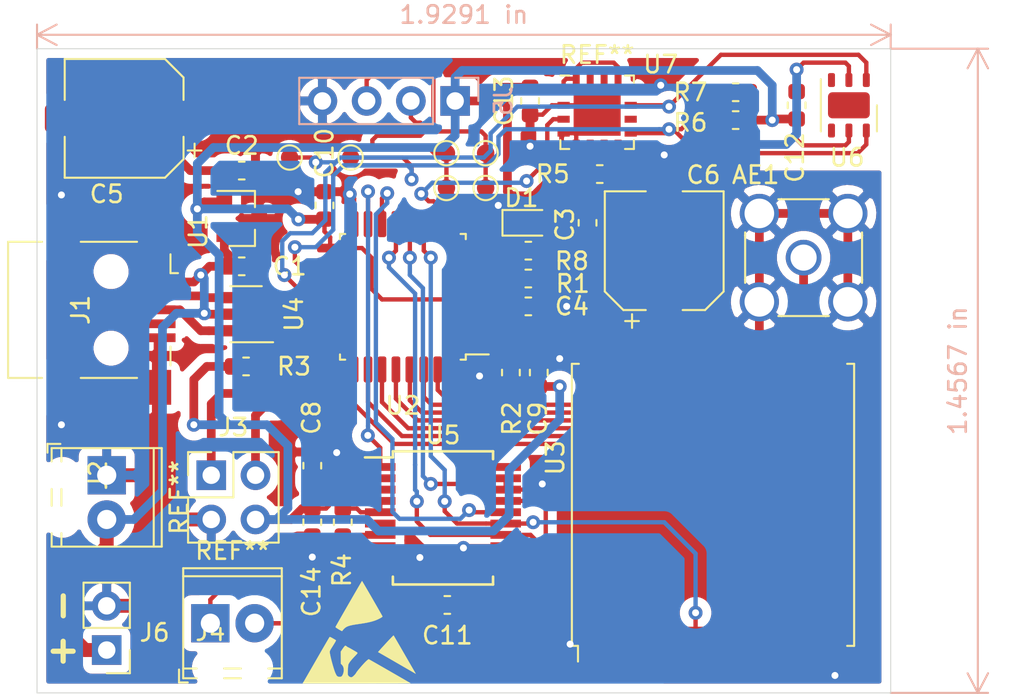
<source format=kicad_pcb>
(kicad_pcb (version 20171130) (host pcbnew "(5.1.0)-1")
  (layers (0 F.Cu signal) (31 B.Cu signal) (34 B.Paste user hide) (35 F.Paste user hide) (36 B.SilkS user) (37 F.SilkS user) (38 B.Mask user hide) (39 F.Mask user hide) (44 Edge.Cuts user))
  (net 0 "")
  (net 1 GND)
  (net 2 +3V3)
  (net 3 "Net-(AE1-Pad1)")
  (net 4 +5V)
  (net 5 "Net-(C4-Pad2)")
  (net 6 "Net-(C11-Pad2)")
  (net 7 "Net-(C11-Pad1)")
  (net 8 "Net-(J1-Pad3)")
  (net 9 "Net-(J1-Pad2)")
  (net 10 "Net-(R2-Pad1)")
  (net 11 USB_DP)
  (net 12 "Net-(R4-Pad2)")
  (net 13 "Net-(R4-Pad1)")
  (net 14 SDA)
  (net 15 SCL)
  (net 16 RFM_DIO3)
  (net 17 RFM_DIO2)
  (net 18 RFM_DIO1)
  (net 19 RFM_DIO0)
  (net 20 SPI_MOSI)
  (net 21 SPI_MISO)
  (net 22 SPI_SCK)
  (net 23 USB_DM)
  (net 24 SWCLK)
  (net 25 SWDIO)
  (net 26 "Net-(R5-Pad2)")
  (net 27 UART_TX)
  (net 28 UART_RX)
  (net 29 RFM_DIO4)
  (net 30 RFM_DIO5)
  (net 31 RFM_RST)
  (net 32 RFM_NSS)
  (net 33 MAX_CS)
  (net 34 MAX_DRDY)
  (net 35 PRESSURE_INT)
  (net 36 "Net-(D1-Pad2)")
  (net 37 "Net-(R8-Pad1)")
  (module Symbol:ESD-Logo_6.6x6mm_SilkScreen (layer F.Cu) (at 88.5 111.5)
    (fp_text reference REF** hide)
    (fp_text value ESD-Logo_6.6x6mm_SilkScreen hide)
  )
  (module MK_Footprints:TerminalBlock_Phoenix_MPT-0,5-2-2.54_1x02_P2.54mm_Horizontal (layer F.Cu) (at 79.95 111)
    (fp_text reference J4 (at 0 0.5) (layer F.SilkS))
    (fp_text value PT1000)
    (fp_text user REF** (at 1.27 -4.16) (layer F.SilkS))
    (pad "" np_thru_hole circle (at 2.54 2.54) (size 1.1 1.1) (drill 1.1) (layers *.Cu *.Mask))
    (pad 2 thru_hole circle (at 2.54 0) (size 2.2 2.2) (drill 1.1) (layers *.Cu *.Mask) (net 6 "Net-(C11-Pad2)"))
    (pad 1 thru_hole rect (at 0 0) (size 2.2 2.2) (drill 1.1) (layers *.Cu *.Mask) (net 7 "Net-(C11-Pad1)"))
    (pad "" np_thru_hole circle (at 0 2.54) (size 1.1 1.1) (drill 1.1) (layers *.Cu *.Mask))
  )
  (module MK_Footprints:TerminalBlock_Phoenix_MPT-0,5-2-2.54_1x02_P2.54mm_Horizontal (layer F.Cu) (at 74 102.5 270)
    (fp_text reference J2 (at 0 0.5 270) (layer F.SilkS))
    (fp_text value Screw_Terminal_01x02)
    (fp_text user REF** (at 1.27 -4.16 270) (layer F.SilkS))
    (pad "" np_thru_hole circle (at 2.54 2.54 270) (size 1.1 1.1) (drill 1.1) (layers *.Cu *.Mask))
    (pad 2 thru_hole circle (at 2.54 0 270) (size 2.2 2.2) (drill 1.1) (layers *.Cu *.Mask) (net 4 +5V))
    (pad 1 thru_hole rect (at 0 0 270) (size 2.2 2.2) (drill 1.1) (layers *.Cu *.Mask) (net 1 GND))
    (pad "" np_thru_hole circle (at 0 2.54 270) (size 1.1 1.1) (drill 1.1) (layers *.Cu *.Mask))
  )
  (module MK_Footprints:HQFN-16-1EP_4x4mm_P0.8mm_EP2.7x2.7mm (layer F.Cu) (at 102.15 81.65)
    (fp_text reference U7 (at 3.65 -2.75) (layer F.SilkS))
    (fp_text value FXPS7115D4)
    (fp_text user REF** (at 0 -3.3) (layer F.SilkS))
    (pad 16 smd rect (at -1.2 -1.925) (size 0.4 0.7) (layers F.Cu F.Mask) (net 2 +3V3))
    (pad 12 smd rect (at 1.925 -1.2) (size 0.7 0.4) (layers F.Cu F.Mask) (net 1 GND))
    (pad 1 smd rect (at -1.925 -1.2) (size 0.7 0.4) (layers F.Cu F.Mask) (net 2 +3V3))
    (pad 2 smd rect (at -1.925 -0.4) (size 0.7 0.4) (layers F.Cu F.Mask) (net 1 GND))
    (pad 7 smd rect (at 0.4 1.925) (size 0.4 0.7) (layers F.Cu F.Mask))
    (pad 5 smd rect (at -1.2 1.925) (size 0.4 0.7) (layers F.Cu F.Mask) (net 1 GND))
    (pad 9 smd rect (at 1.925 1.2) (size 0.7 0.4) (layers F.Cu F.Mask) (net 15 SCL))
    (pad 3 smd rect (at -1.925 0.4) (size 0.7 0.4) (layers F.Cu F.Mask) (net 35 PRESSURE_INT))
    (pad 10 smd rect (at 1.925 0.4) (size 0.7 0.4) (layers F.Cu F.Mask))
    (pad 11 smd rect (at 1.925 -0.4) (size 0.7 0.4) (layers F.Cu F.Mask) (net 14 SDA))
    (pad 8 smd rect (at 1.2 1.925) (size 0.4 0.7) (layers F.Cu F.Mask) (net 26 "Net-(R5-Pad2)"))
    (pad 13 smd rect (at 1.2 -1.925) (size 0.4 0.7) (layers F.Cu F.Mask) (net 2 +3V3))
    (pad 6 smd rect (at -0.4 1.925) (size 0.4 0.7) (layers F.Cu F.Mask))
    (pad 14 smd rect (at 0.4 -1.925) (size 0.4 0.7) (layers F.Cu F.Mask))
    (pad 15 smd rect (at -0.4 -1.925) (size 0.4 0.7) (layers F.Cu F.Mask) (net 1 GND))
    (pad 17 smd rect (at 0 0) (size 2.7 2.7) (layers F.Cu F.Mask) (net 1 GND))
    (pad 4 smd rect (at -1.925 1.2) (size 0.7 0.4) (layers F.Cu F.Mask) (net 1 GND))
  )
  (module Resistor_SMD:R_0603_1608Metric (layer F.Cu) (at 98.2 89.6)
    (fp_text reference R8 (at 2.5 0.6) (layer F.SilkS))
    (fp_text value 240)
    (pad 2 smd roundrect (at 0.7875 0) (size 0.875 0.95) (layers F.Cu F.Paste F.Mask) (net 36 "Net-(D1-Pad2)"))
    (pad 1 smd roundrect (at -0.7875 0) (size 0.875 0.95) (layers F.Cu F.Paste F.Mask) (net 37 "Net-(R8-Pad1)"))
  )
  (module LED_SMD:LED_0603_1608Metric (layer F.Cu) (at 98.2 88)
    (fp_text reference D1 (at -0.4 -1.43) (layer F.SilkS))
    (fp_text value LED)
    (pad 2 smd roundrect (at 0.7875 0) (size 0.875 0.95) (layers F.Cu F.Paste F.Mask) (net 36 "Net-(D1-Pad2)"))
    (pad 1 smd roundrect (at -0.7875 0) (size 0.875 0.95) (layers F.Cu F.Paste F.Mask) (net 1 GND))
  )
  (module TestPoint:TestPoint_Pad_D1.0mm (layer F.Cu) (at 95.75 84)
    (fp_text reference TP6 hide)
    (fp_text value TP_SDA)
    (pad 1 smd circle (at 0 0) (size 1 1) (layers F.Cu F.Mask) (net 27 UART_TX))
  )
  (module TestPoint:TestPoint_Pad_D1.0mm (layer F.Cu) (at 93.5 86)
    (fp_text reference TP5 hide)
    (fp_text value TP_SCL)
    (pad 1 smd circle (at 0 0) (size 1 1) (layers F.Cu F.Mask) (net 28 UART_RX))
  )
  (module TestPoint:TestPoint_Pad_D1.0mm (layer F.Cu) (at 95.75 86)
    (fp_text reference TP4 hide)
    (fp_text value TP_SCL)
    (pad 1 smd circle (at 0 0) (size 1 1) (layers F.Cu F.Mask) (net 27 UART_TX))
  )
  (module TestPoint:TestPoint_Pad_D1.0mm (layer F.Cu) (at 93.5 84)
    (fp_text reference TP3 hide)
    (fp_text value TP_SDA)
    (pad 1 smd circle (at 0 0) (size 1 1) (layers F.Cu F.Mask) (net 28 UART_RX))
  )
  (module TestPoint:TestPoint_Pad_D1.0mm (layer F.Cu) (at 84.5 84.25)
    (fp_text reference TP2 hide)
    (fp_text value TP_SDA)
    (pad 1 smd circle (at 0 0) (size 1 1) (layers F.Cu F.Mask) (net 14 SDA))
  )
  (module TestPoint:TestPoint_Pad_D1.0mm (layer F.Cu) (at 88 84.25)
    (fp_text reference TP1 hide)
    (fp_text value TP_SCL)
    (pad 1 smd circle (at 0 0) (size 1 1) (layers F.Cu F.Mask) (net 15 SCL))
  )
  (module Capacitor_SMD:CP_Elec_6.3x5.9 (layer F.Cu) (at 106 89.6 90)
    (fp_text reference C6 (at 4.35 2.25 180) (layer F.SilkS))
    (fp_text value 82u)
    (pad 2 smd roundrect (at 2.8 0 90) (size 3.5 1.6) (layers F.Cu F.Paste F.Mask) (roundrect_rratio 0.15625) (net 1 GND))
    (pad 1 smd roundrect (at -2.8 0 90) (size 3.5 1.6) (layers F.Cu F.Paste F.Mask) (roundrect_rratio 0.15625) (net 2 +3V3))
  )
  (module Connector_PinHeader_2.54mm:PinHeader_1x02_P2.54mm_Vertical (layer F.Cu) (at 74 112.54 180)
    (fp_text reference J6 (at -2.75 1 180) (layer F.SilkS))
    (fp_text value Conn_01x02_Male)
    (pad 2 thru_hole oval (at 0 2.54 180) (size 1.7 1.7) (drill 1) (layers *.Cu *.Mask) (net 1 GND))
    (pad 1 thru_hole rect (at 0 0 180) (size 1.7 1.7) (drill 1) (layers *.Cu *.Mask) (net 4 +5V))
  )
  (module Resistor_SMD:R_0603_1608Metric (layer F.Cu) (at 110.1 80.5 180)
    (fp_text reference R7 (at 2.6 0 180) (layer F.SilkS))
    (fp_text value 1K)
    (pad 2 smd roundrect (at 0.7875 0 180) (size 0.875 0.95) (layers F.Cu F.Paste F.Mask) (net 14 SDA))
    (pad 1 smd roundrect (at -0.7875 0 180) (size 0.875 0.95) (layers F.Cu F.Paste F.Mask) (net 2 +3V3))
  )
  (module Resistor_SMD:R_0603_1608Metric (layer F.Cu) (at 110.1 82.1 180)
    (fp_text reference R6 (at 2.6 -0.15 180) (layer F.SilkS))
    (fp_text value 1K)
    (pad 2 smd roundrect (at 0.7875 0 180) (size 0.875 0.95) (layers F.Cu F.Paste F.Mask) (net 15 SCL))
    (pad 1 smd roundrect (at -0.7875 0 180) (size 0.875 0.95) (layers F.Cu F.Paste F.Mask) (net 2 +3V3))
  )
  (module Resistor_SMD:R_0603_1608Metric (layer F.Cu) (at 102.3 85.2)
    (fp_text reference R5 (at -2.7 0) (layer F.SilkS))
    (fp_text value 1K)
    (pad 2 smd roundrect (at 0.7875 0) (size 0.875 0.95) (layers F.Cu F.Paste F.Mask) (net 26 "Net-(R5-Pad2)"))
    (pad 1 smd roundrect (at -0.7875 0) (size 0.875 0.95) (layers F.Cu F.Paste F.Mask) (net 2 +3V3))
  )
  (module Connector_Coaxial:SMA_Amphenol_901-144_Vertical (layer F.Cu) (at 114 90)
    (fp_text reference AE1 (at -2.75 -4.75) (layer F.SilkS))
    (fp_text value Antenna_Shield)
    (pad 2 thru_hole circle (at -2.54 2.54) (size 2.25 2.25) (drill 1.7) (layers *.Cu *.Mask) (net 1 GND))
    (pad 2 thru_hole circle (at -2.54 -2.54) (size 2.25 2.25) (drill 1.7) (layers *.Cu *.Mask) (net 1 GND))
    (pad 2 thru_hole circle (at 2.54 -2.54) (size 2.25 2.25) (drill 1.7) (layers *.Cu *.Mask) (net 1 GND))
    (pad 2 thru_hole circle (at 2.54 2.54) (size 2.25 2.25) (drill 1.7) (layers *.Cu *.Mask) (net 1 GND))
    (pad 1 thru_hole circle (at 0 0) (size 2.05 2.05) (drill 1.5) (layers *.Cu *.Mask) (net 3 "Net-(AE1-Pad1)"))
  )
  (module Connector_PinSocket_2.54mm:PinSocket_1x04_P2.54mm_Vertical (layer B.Cu) (at 94 81 90)
    (fp_text reference J5 (at 0 2.77 90) (layer B.SilkS) (effects (justify mirror)))
    (fp_text value Conn_01x04)
    (pad 4 thru_hole oval (at 0 -7.62 90) (size 1.7 1.7) (drill 1) (layers *.Cu *.Mask) (net 1 GND))
    (pad 3 thru_hole oval (at 0 -5.08 90) (size 1.7 1.7) (drill 1) (layers *.Cu *.Mask) (net 27 UART_TX))
    (pad 2 thru_hole oval (at 0 -2.54 90) (size 1.7 1.7) (drill 1) (layers *.Cu *.Mask) (net 28 UART_RX))
    (pad 1 thru_hole rect (at 0 0 90) (size 1.7 1.7) (drill 1) (layers *.Cu *.Mask) (net 2 +3V3))
  )
  (module Connector_PinHeader_2.54mm:PinHeader_2x02_P2.54mm_Vertical (layer F.Cu) (at 80 102.5)
    (fp_text reference J3 (at 1.27 -2.75) (layer F.SilkS))
    (fp_text value SWD)
    (pad 4 thru_hole oval (at 2.54 2.54) (size 1.7 1.7) (drill 1) (layers *.Cu *.Mask) (net 2 +3V3))
    (pad 3 thru_hole oval (at 0 2.54) (size 1.7 1.7) (drill 1) (layers *.Cu *.Mask) (net 1 GND))
    (pad 2 thru_hole oval (at 2.54 0) (size 1.7 1.7) (drill 1) (layers *.Cu *.Mask) (net 24 SWCLK))
    (pad 1 thru_hole rect (at 0 0) (size 1.7 1.7) (drill 1) (layers *.Cu *.Mask) (net 25 SWDIO))
  )
  (module Capacitor_SMD:C_0603_1608Metric (layer F.Cu) (at 85.8 105.2 270)
    (fp_text reference C14 (at 4 0.05 270) (layer F.SilkS))
    (fp_text value 100n)
    (pad 2 smd roundrect (at 0.7875 0 270) (size 0.875 0.95) (layers F.Cu F.Paste F.Mask) (net 1 GND))
    (pad 1 smd roundrect (at -0.7875 0 270) (size 0.875 0.95) (layers F.Cu F.Paste F.Mask) (net 2 +3V3))
  )
  (module Capacitor_SMD:C_0603_1608Metric (layer F.Cu) (at 98.3 81 270)
    (fp_text reference C13 (at 0 1.5 270) (layer F.SilkS))
    (fp_text value 100n)
    (pad 2 smd roundrect (at 0.7875 0 270) (size 0.875 0.95) (layers F.Cu F.Paste F.Mask) (net 1 GND))
    (pad 1 smd roundrect (at -0.7875 0 270) (size 0.875 0.95) (layers F.Cu F.Paste F.Mask) (net 2 +3V3))
  )
  (module Package_DFN_QFN:DFN-6-1EP_3x3mm_P1mm_EP1.5x2.4mm (layer F.Cu) (at 116.6 81.25 270)
    (fp_text reference U6 (at 3 0.1) (layer F.SilkS))
    (fp_text value SHT21)
    (pad 6 smd roundrect (at 1.45 -1 270) (size 0.8 0.4) (layers F.Cu F.Paste F.Mask) (net 15 SCL))
    (pad 5 smd roundrect (at 1.45 0 270) (size 0.8 0.4) (layers F.Cu F.Paste F.Mask) (net 2 +3V3))
    (pad 4 smd roundrect (at 1.45 1 270) (size 0.8 0.4) (layers F.Cu F.Paste F.Mask))
    (pad 3 smd roundrect (at -1.45 1 270) (size 0.8 0.4) (layers F.Cu F.Paste F.Mask))
    (pad 2 smd roundrect (at -1.45 0 270) (size 0.8 0.4) (layers F.Cu F.Paste F.Mask) (net 1 GND))
    (pad 1 smd roundrect (at -1.45 -1 270) (size 0.8 0.4) (layers F.Cu F.Paste F.Mask) (net 14 SDA))
    (pad 7 smd roundrect (at 0 0 270) (size 1.5 2.4) (layers F.Cu F.Mask) (roundrect_rratio 0.166667))
  )
  (module Package_SO:SSOP-20_5.3x7.2mm_P0.65mm (layer F.Cu) (at 93.3 104.95)
    (fp_text reference U5 (at 0 -4.75) (layer F.SilkS))
    (fp_text value MAX31865AAP+T)
    (pad 20 smd rect (at 3.6 -2.925) (size 1.75 0.45) (layers F.Cu F.Paste F.Mask))
    (pad 19 smd rect (at 3.6 -2.275) (size 1.75 0.45) (layers F.Cu F.Paste F.Mask) (net 1 GND))
    (pad 18 smd rect (at 3.6 -1.625) (size 1.75 0.45) (layers F.Cu F.Paste F.Mask) (net 1 GND))
    (pad 17 smd rect (at 3.6 -0.975) (size 1.75 0.45) (layers F.Cu F.Paste F.Mask) (net 21 SPI_MISO))
    (pad 16 smd rect (at 3.6 -0.325) (size 1.75 0.45) (layers F.Cu F.Paste F.Mask) (net 33 MAX_CS))
    (pad 15 smd rect (at 3.6 0.325) (size 1.75 0.45) (layers F.Cu F.Paste F.Mask) (net 22 SPI_SCK))
    (pad 14 smd rect (at 3.6 0.975) (size 1.75 0.45) (layers F.Cu F.Paste F.Mask) (net 20 SPI_MOSI))
    (pad 13 smd rect (at 3.6 1.625) (size 1.75 0.45) (layers F.Cu F.Paste F.Mask) (net 1 GND))
    (pad 12 smd rect (at 3.6 2.275) (size 1.75 0.45) (layers F.Cu F.Paste F.Mask) (net 6 "Net-(C11-Pad2)"))
    (pad 11 smd rect (at 3.6 2.925) (size 1.75 0.45) (layers F.Cu F.Paste F.Mask) (net 6 "Net-(C11-Pad2)"))
    (pad 10 smd rect (at -3.6 2.925) (size 1.75 0.45) (layers F.Cu F.Paste F.Mask) (net 7 "Net-(C11-Pad1)"))
    (pad 9 smd rect (at -3.6 2.275) (size 1.75 0.45) (layers F.Cu F.Paste F.Mask) (net 1 GND))
    (pad 8 smd rect (at -3.6 1.625) (size 1.75 0.45) (layers F.Cu F.Paste F.Mask) (net 7 "Net-(C11-Pad1)"))
    (pad 7 smd rect (at -3.6 0.975) (size 1.75 0.45) (layers F.Cu F.Paste F.Mask) (net 12 "Net-(R4-Pad2)"))
    (pad 6 smd rect (at -3.6 0.325) (size 1.75 0.45) (layers F.Cu F.Paste F.Mask) (net 12 "Net-(R4-Pad2)"))
    (pad 5 smd rect (at -3.6 -0.325) (size 1.75 0.45) (layers F.Cu F.Paste F.Mask) (net 13 "Net-(R4-Pad1)"))
    (pad 4 smd rect (at -3.6 -0.975) (size 1.75 0.45) (layers F.Cu F.Paste F.Mask) (net 13 "Net-(R4-Pad1)"))
    (pad 3 smd rect (at -3.6 -1.625) (size 1.75 0.45) (layers F.Cu F.Paste F.Mask) (net 2 +3V3))
    (pad 2 smd rect (at -3.6 -2.275) (size 1.75 0.45) (layers F.Cu F.Paste F.Mask) (net 2 +3V3))
    (pad 1 smd rect (at -3.6 -2.925) (size 1.75 0.45) (layers F.Cu F.Paste F.Mask) (net 34 MAX_DRDY))
  )
  (module Package_TO_SOT_SMD:SOT-23-6 (layer F.Cu) (at 82 93.25 180)
    (fp_text reference U4 (at -2.75 0 270) (layer F.SilkS))
    (fp_text value USBLC6-2SC6)
    (pad 5 smd rect (at 1.1 0 180) (size 1.06 0.65) (layers F.Cu F.Paste F.Mask) (net 4 +5V))
    (pad 6 smd rect (at 1.1 -0.95 180) (size 1.06 0.65) (layers F.Cu F.Paste F.Mask) (net 8 "Net-(J1-Pad3)"))
    (pad 4 smd rect (at 1.1 0.95 180) (size 1.06 0.65) (layers F.Cu F.Paste F.Mask) (net 9 "Net-(J1-Pad2)"))
    (pad 3 smd rect (at -1.1 0.95 180) (size 1.06 0.65) (layers F.Cu F.Paste F.Mask) (net 23 USB_DM))
    (pad 2 smd rect (at -1.1 0 180) (size 1.06 0.65) (layers F.Cu F.Paste F.Mask) (net 1 GND))
    (pad 1 smd rect (at -1.1 -0.95 180) (size 1.06 0.65) (layers F.Cu F.Paste F.Mask) (net 11 USB_DP))
  )
  (module Package_QFP:LQFP-32_7x7mm_P0.8mm (layer F.Cu) (at 91 92.25 180)
    (fp_text reference U2 (at 0 -6.25 180) (layer F.SilkS))
    (fp_text value STM32L412K8Tx)
    (pad 32 smd roundrect (at -2.8 -4.175 180) (size 0.5 1.5) (layers F.Cu F.Paste F.Mask) (net 1 GND))
    (pad 31 smd roundrect (at -2 -4.175 180) (size 0.5 1.5) (layers F.Cu F.Paste F.Mask) (net 10 "Net-(R2-Pad1)"))
    (pad 30 smd roundrect (at -1.2 -4.175 180) (size 0.5 1.5) (layers F.Cu F.Paste F.Mask) (net 19 RFM_DIO0))
    (pad 29 smd roundrect (at -0.4 -4.175 180) (size 0.5 1.5) (layers F.Cu F.Paste F.Mask) (net 29 RFM_DIO4))
    (pad 28 smd roundrect (at 0.4 -4.175 180) (size 0.5 1.5) (layers F.Cu F.Paste F.Mask) (net 16 RFM_DIO3))
    (pad 27 smd roundrect (at 1.2 -4.175 180) (size 0.5 1.5) (layers F.Cu F.Paste F.Mask) (net 30 RFM_DIO5))
    (pad 26 smd roundrect (at 2 -4.175 180) (size 0.5 1.5) (layers F.Cu F.Paste F.Mask) (net 31 RFM_RST))
    (pad 25 smd roundrect (at 2.8 -4.175 180) (size 0.5 1.5) (layers F.Cu F.Paste F.Mask) (net 32 RFM_NSS))
    (pad 24 smd roundrect (at 4.175 -2.8 180) (size 1.5 0.5) (layers F.Cu F.Paste F.Mask) (net 24 SWCLK))
    (pad 23 smd roundrect (at 4.175 -2 180) (size 1.5 0.5) (layers F.Cu F.Paste F.Mask) (net 25 SWDIO))
    (pad 22 smd roundrect (at 4.175 -1.2 180) (size 1.5 0.5) (layers F.Cu F.Paste F.Mask) (net 11 USB_DP))
    (pad 21 smd roundrect (at 4.175 -0.4 180) (size 1.5 0.5) (layers F.Cu F.Paste F.Mask) (net 23 USB_DM))
    (pad 20 smd roundrect (at 4.175 0.4 180) (size 1.5 0.5) (layers F.Cu F.Paste F.Mask) (net 14 SDA))
    (pad 19 smd roundrect (at 4.175 1.2 180) (size 1.5 0.5) (layers F.Cu F.Paste F.Mask) (net 15 SCL))
    (pad 18 smd roundrect (at 4.175 2 180) (size 1.5 0.5) (layers F.Cu F.Paste F.Mask))
    (pad 17 smd roundrect (at 4.175 2.8 180) (size 1.5 0.5) (layers F.Cu F.Paste F.Mask) (net 2 +3V3))
    (pad 16 smd roundrect (at 2.8 4.175 180) (size 0.5 1.5) (layers F.Cu F.Paste F.Mask) (net 1 GND))
    (pad 15 smd roundrect (at 2 4.175 180) (size 0.5 1.5) (layers F.Cu F.Paste F.Mask) (net 34 MAX_DRDY))
    (pad 14 smd roundrect (at 1.2 4.175 180) (size 0.5 1.5) (layers F.Cu F.Paste F.Mask) (net 33 MAX_CS))
    (pad 13 smd roundrect (at 0.4 4.175 180) (size 0.5 1.5) (layers F.Cu F.Paste F.Mask) (net 20 SPI_MOSI))
    (pad 12 smd roundrect (at -0.4 4.175 180) (size 0.5 1.5) (layers F.Cu F.Paste F.Mask) (net 21 SPI_MISO))
    (pad 11 smd roundrect (at -1.2 4.175 180) (size 0.5 1.5) (layers F.Cu F.Paste F.Mask) (net 22 SPI_SCK))
    (pad 10 smd roundrect (at -2 4.175 180) (size 0.5 1.5) (layers F.Cu F.Paste F.Mask) (net 35 PRESSURE_INT))
    (pad 9 smd roundrect (at -2.8 4.175 180) (size 0.5 1.5) (layers F.Cu F.Paste F.Mask) (net 28 UART_RX))
    (pad 8 smd roundrect (at -4.175 2.8 180) (size 1.5 0.5) (layers F.Cu F.Paste F.Mask) (net 27 UART_TX))
    (pad 7 smd roundrect (at -4.175 2 180) (size 1.5 0.5) (layers F.Cu F.Paste F.Mask) (net 37 "Net-(R8-Pad1)"))
    (pad 6 smd roundrect (at -4.175 1.2 180) (size 1.5 0.5) (layers F.Cu F.Paste F.Mask))
    (pad 5 smd roundrect (at -4.175 0.4 180) (size 1.5 0.5) (layers F.Cu F.Paste F.Mask) (net 2 +3V3))
    (pad 4 smd roundrect (at -4.175 -0.4 180) (size 1.5 0.5) (layers F.Cu F.Paste F.Mask) (net 5 "Net-(C4-Pad2)"))
    (pad 3 smd roundrect (at -4.175 -1.2 180) (size 1.5 0.5) (layers F.Cu F.Paste F.Mask) (net 18 RFM_DIO1))
    (pad 2 smd roundrect (at -4.175 -2 180) (size 1.5 0.5) (layers F.Cu F.Paste F.Mask) (net 17 RFM_DIO2))
    (pad 1 smd roundrect (at -4.175 -2.8 180) (size 1.5 0.5) (layers F.Cu F.Paste F.Mask) (net 2 +3V3))
  )
  (module Resistor_SMD:R_0603_1608Metric (layer F.Cu) (at 87.55 105.2 270)
    (fp_text reference R4 (at 2.75 0.05 270) (layer F.SilkS))
    (fp_text value "3.9k 1%")
    (pad 2 smd roundrect (at 0.7875 0 270) (size 0.875 0.95) (layers F.Cu F.Paste F.Mask) (net 12 "Net-(R4-Pad2)"))
    (pad 1 smd roundrect (at -0.7875 0 270) (size 0.875 0.95) (layers F.Cu F.Paste F.Mask) (net 13 "Net-(R4-Pad1)"))
  )
  (module Resistor_SMD:R_0603_1608Metric (layer F.Cu) (at 82 96.25)
    (fp_text reference R3 (at 2.75 0) (layer F.SilkS))
    (fp_text value 1.5K)
    (pad 2 smd roundrect (at 0.7875 0) (size 0.875 0.95) (layers F.Cu F.Paste F.Mask) (net 11 USB_DP))
    (pad 1 smd roundrect (at -0.7875 0) (size 0.875 0.95) (layers F.Cu F.Paste F.Mask) (net 2 +3V3))
  )
  (module Resistor_SMD:R_0603_1608Metric (layer F.Cu) (at 97.2 96.6 90)
    (fp_text reference R2 (at -2.65 0.05 90) (layer F.SilkS))
    (fp_text value 100K)
    (pad 2 smd roundrect (at 0.7875 0 90) (size 0.875 0.95) (layers F.Cu F.Paste F.Mask) (net 1 GND))
    (pad 1 smd roundrect (at -0.7875 0 90) (size 0.875 0.95) (layers F.Cu F.Paste F.Mask) (net 10 "Net-(R2-Pad1)"))
  )
  (module Resistor_SMD:R_0603_1608Metric (layer F.Cu) (at 98.2 91.2)
    (fp_text reference R1 (at 2.55 0.3) (layer F.SilkS))
    (fp_text value 100K)
    (pad 2 smd roundrect (at 0.7875 0) (size 0.875 0.95) (layers F.Cu F.Paste F.Mask) (net 5 "Net-(C4-Pad2)"))
    (pad 1 smd roundrect (at -0.7875 0) (size 0.875 0.95) (layers F.Cu F.Paste F.Mask) (net 2 +3V3))
  )
  (module Connector_USB:USB_Mini-B_Lumberg_2486_01_Horizontal (layer F.Cu) (at 74.25 93 270)
    (fp_text reference J1 (at 0 1.75 270) (layer F.SilkS))
    (fp_text value USB_B_Mini)
    (pad "" np_thru_hole circle (at 2.2 0 270) (size 1 1) (drill 1) (layers *.Cu *.Mask))
    (pad "" np_thru_hole circle (at -2.2 0 270) (size 1 1) (drill 1) (layers *.Cu *.Mask))
    (pad 6 smd rect (at 4.45 2.85 270) (size 2 1.7) (layers F.Cu F.Paste F.Mask) (net 1 GND))
    (pad 6 smd rect (at 4.45 -2.6 270) (size 2 1.7) (layers F.Cu F.Paste F.Mask) (net 1 GND))
    (pad 6 smd rect (at -4.45 2.85 270) (size 2 1.7) (layers F.Cu F.Paste F.Mask) (net 1 GND))
    (pad 6 smd rect (at -4.45 -2.6 270) (size 2 1.7) (layers F.Cu F.Paste F.Mask) (net 1 GND))
    (pad 5 smd rect (at 1.6 -2.7 270) (size 0.5 2) (layers F.Cu F.Paste F.Mask) (net 1 GND))
    (pad 4 smd rect (at 0.8 -2.7 270) (size 0.5 2) (layers F.Cu F.Paste F.Mask))
    (pad 3 smd rect (at 0 -2.7 270) (size 0.5 2) (layers F.Cu F.Paste F.Mask) (net 8 "Net-(J1-Pad3)"))
    (pad 2 smd rect (at -0.8 -2.7 270) (size 0.5 2) (layers F.Cu F.Paste F.Mask) (net 9 "Net-(J1-Pad2)"))
    (pad 1 smd rect (at -1.6 -2.7 270) (size 0.5 2) (layers F.Cu F.Paste F.Mask) (net 4 +5V))
  )
  (module Capacitor_SMD:C_0603_1608Metric (layer F.Cu) (at 113.6 81.25 270)
    (fp_text reference C12 (at 3 0.1 270) (layer F.SilkS))
    (fp_text value 100n)
    (pad 2 smd roundrect (at 0.7875 0 270) (size 0.875 0.95) (layers F.Cu F.Paste F.Mask) (net 2 +3V3))
    (pad 1 smd roundrect (at -0.7875 0 270) (size 0.875 0.95) (layers F.Cu F.Paste F.Mask) (net 1 GND))
  )
  (module Capacitor_SMD:C_0603_1608Metric (layer F.Cu) (at 93.55 109.95)
    (fp_text reference C11 (at 0 1.75) (layer F.SilkS))
    (fp_text value 10n)
    (pad 2 smd roundrect (at 0.7875 0) (size 0.875 0.95) (layers F.Cu F.Paste F.Mask) (net 6 "Net-(C11-Pad2)"))
    (pad 1 smd roundrect (at -0.7875 0) (size 0.875 0.95) (layers F.Cu F.Paste F.Mask) (net 7 "Net-(C11-Pad1)"))
  )
  (module Capacitor_SMD:C_0603_1608Metric (layer F.Cu) (at 86.5 87 270)
    (fp_text reference C10 (at -3 0 270) (layer F.SilkS))
    (fp_text value 100n)
    (pad 2 smd roundrect (at 0.7875 0 270) (size 0.875 0.95) (layers F.Cu F.Paste F.Mask) (net 2 +3V3))
    (pad 1 smd roundrect (at -0.7875 0 270) (size 0.875 0.95) (layers F.Cu F.Paste F.Mask) (net 1 GND))
  )
  (module Capacitor_SMD:C_0603_1608Metric (layer F.Cu) (at 98.8 96.6 270)
    (fp_text reference C9 (at 2.65 0.05 270) (layer F.SilkS))
    (fp_text value 100n)
    (pad 2 smd roundrect (at 0.7875 0 270) (size 0.875 0.95) (layers F.Cu F.Paste F.Mask) (net 2 +3V3))
    (pad 1 smd roundrect (at -0.7875 0 270) (size 0.875 0.95) (layers F.Cu F.Paste F.Mask) (net 1 GND))
  )
  (module Capacitor_SMD:C_0603_1608Metric (layer F.Cu) (at 85.8 101.95 270)
    (fp_text reference C8 (at -2.75 0.05 270) (layer F.SilkS))
    (fp_text value 100n)
    (pad 2 smd roundrect (at 0.7875 0 270) (size 0.875 0.95) (layers F.Cu F.Paste F.Mask) (net 2 +3V3))
    (pad 1 smd roundrect (at -0.7875 0 270) (size 0.875 0.95) (layers F.Cu F.Paste F.Mask) (net 1 GND))
  )
  (module Capacitor_SMD:CP_Elec_6.3x5.9 (layer F.Cu) (at 75 82 180)
    (fp_text reference C5 (at 1 -4.35 180) (layer F.SilkS))
    (fp_text value 82u)
    (pad 2 smd roundrect (at 2.8 0 180) (size 3.5 1.6) (layers F.Cu F.Paste F.Mask) (roundrect_rratio 0.15625) (net 1 GND))
    (pad 1 smd roundrect (at -2.8 0 180) (size 3.5 1.6) (layers F.Cu F.Paste F.Mask) (roundrect_rratio 0.15625) (net 2 +3V3))
  )
  (module Capacitor_SMD:C_0603_1608Metric (layer F.Cu) (at 98.2 92.8 180)
    (fp_text reference C4 (at -2.5 0 180) (layer F.SilkS))
    (fp_text value 100n)
    (pad 2 smd roundrect (at 0.7875 0 180) (size 0.875 0.95) (layers F.Cu F.Paste F.Mask) (net 5 "Net-(C4-Pad2)"))
    (pad 1 smd roundrect (at -0.7875 0 180) (size 0.875 0.95) (layers F.Cu F.Paste F.Mask) (net 1 GND))
  )
  (module RF_Module:HOPERF_RFM9XW_SMD (layer F.Cu) (at 108.8 104.2 90)
    (fp_text reference U3 (at 2.7 -9.05 90) (layer F.SilkS))
    (fp_text value RFM95W-868S2)
    (pad 16 smd rect (at 8 -7 90) (size 2 1) (layers F.Cu F.Paste F.Mask) (net 17 RFM_DIO2))
    (pad 15 smd rect (at 8 -5 90) (size 2 1) (layers F.Cu F.Paste F.Mask) (net 18 RFM_DIO1))
    (pad 14 smd rect (at 8 -3 90) (size 2 1) (layers F.Cu F.Paste F.Mask) (net 19 RFM_DIO0))
    (pad 13 smd rect (at 8 -1 90) (size 2 1) (layers F.Cu F.Paste F.Mask) (net 2 +3V3))
    (pad 12 smd rect (at 8 1 90) (size 2 1) (layers F.Cu F.Paste F.Mask) (net 29 RFM_DIO4))
    (pad 11 smd rect (at 8 3 90) (size 2 1) (layers F.Cu F.Paste F.Mask) (net 16 RFM_DIO3))
    (pad 10 smd rect (at 8 5 90) (size 2 1) (layers F.Cu F.Paste F.Mask) (net 1 GND))
    (pad 9 smd rect (at 8 7 90) (size 2 1) (layers F.Cu F.Paste F.Mask) (net 3 "Net-(AE1-Pad1)"))
    (pad 8 smd rect (at -8 7 90) (size 2 1) (layers F.Cu F.Paste F.Mask) (net 1 GND))
    (pad 7 smd rect (at -8 5 90) (size 2 1) (layers F.Cu F.Paste F.Mask) (net 30 RFM_DIO5))
    (pad 6 smd rect (at -8 3 90) (size 2 1) (layers F.Cu F.Paste F.Mask) (net 31 RFM_RST))
    (pad 5 smd rect (at -8 1 90) (size 2 1) (layers F.Cu F.Paste F.Mask) (net 32 RFM_NSS))
    (pad 4 smd rect (at -8 -1 90) (size 2 1) (layers F.Cu F.Paste F.Mask) (net 22 SPI_SCK))
    (pad 3 smd rect (at -8 -3 90) (size 2 1) (layers F.Cu F.Paste F.Mask) (net 20 SPI_MOSI))
    (pad 2 smd rect (at -8 -5 90) (size 2 1) (layers F.Cu F.Paste F.Mask) (net 21 SPI_MISO))
    (pad 1 smd rect (at -8 -7 90) (size 2 1) (layers F.Cu F.Paste F.Mask) (net 1 GND))
  )
  (module Package_TO_SOT_SMD:SOT-23 (layer F.Cu) (at 81.75 87.75)
    (fp_text reference U1 (at -2.5 0.75 90) (layer F.SilkS))
    (fp_text value MCP1812BT_033TT)
    (pad 3 smd rect (at 1 0) (size 0.9 0.8) (layers F.Cu F.Paste F.Mask) (net 1 GND))
    (pad 2 smd rect (at -1 0.95) (size 0.9 0.8) (layers F.Cu F.Paste F.Mask) (net 4 +5V))
    (pad 1 smd rect (at -1 -0.95) (size 0.9 0.8) (layers F.Cu F.Paste F.Mask) (net 2 +3V3))
  )
  (module Capacitor_SMD:C_0603_1608Metric (layer F.Cu) (at 101.6 88 270)
    (fp_text reference C3 (at 0.1 1.3 90) (layer F.SilkS))
    (fp_text value 100n)
    (pad 2 smd roundrect (at 0.7875 0 270) (size 0.875 0.95) (layers F.Cu F.Paste F.Mask) (net 2 +3V3))
    (pad 1 smd roundrect (at -0.7875 0 270) (size 0.875 0.95) (layers F.Cu F.Paste F.Mask) (net 1 GND))
  )
  (module Capacitor_SMD:C_0603_1608Metric (layer F.Cu) (at 81.75 85)
    (fp_text reference C2 (at 0 -1.43) (layer F.SilkS))
    (fp_text value 2.2u)
    (pad 2 smd roundrect (at 0.7875 0) (size 0.875 0.95) (layers F.Cu F.Paste F.Mask) (net 1 GND))
    (pad 1 smd roundrect (at -0.7875 0) (size 0.875 0.95) (layers F.Cu F.Paste F.Mask) (net 2 +3V3))
  )
  (module Capacitor_SMD:C_0603_1608Metric (layer F.Cu) (at 81.75 90.5)
    (fp_text reference C1 (at 2.75 0) (layer F.SilkS))
    (fp_text value 2.2u)
    (pad 2 smd roundrect (at 0.7875 0) (size 0.875 0.95) (layers F.Cu F.Paste F.Mask) (net 1 GND))
    (pad 1 smd roundrect (at -0.7875 0) (size 0.875 0.95) (layers F.Cu F.Paste F.Mask) (net 4 +5V))
  )
  (dimension 37 (width 0.12) (layer B.SilkS) (gr_text "37.000 mm" (at 125.27 96.5 270) (layer B.SilkS) (effects (font (size 1 1) (thickness 0.15)))) (feature1 (pts (xy 119 115) (xy 124.586421 115))) (feature2 (pts (xy 119 78) (xy 124.586421 78))) (crossbar (pts (xy 124 78) (xy 124 115))) (arrow1a (pts (xy 124 115) (xy 123.413579 113.873496))) (arrow1b (pts (xy 124 115) (xy 124.586421 113.873496))) (arrow2a (pts (xy 124 78) (xy 123.413579 79.126504))) (arrow2b (pts (xy 124 78) (xy 124.586421 79.126504))))
  (dimension 49 (width 0.12) (layer B.SilkS) (gr_text "49.000 mm" (at 94.5 75.930001) (layer B.SilkS) (effects (font (size 1 1) (thickness 0.15)))) (feature1 (pts (xy 70 78) (xy 70 76.61358))) (feature2 (pts (xy 119 78) (xy 119 76.61358))) (crossbar (pts (xy 119 77.200001) (xy 70 77.200001))) (arrow1a (pts (xy 70 77.200001) (xy 71.126504 76.61358))) (arrow1b (pts (xy 70 77.200001) (xy 71.126504 77.786422))) (arrow2a (pts (xy 119 77.200001) (xy 117.873496 76.61358))) (arrow2b (pts (xy 119 77.200001) (xy 117.873496 77.786422))))
  (gr_text + (at 71.5 112.5) (layer F.SilkS) (effects (font (size 1.5 1.5) (thickness 0.3))))
  (gr_text - (at 71.4 110 90) (layer F.SilkS) (effects (font (size 1.5 1.5) (thickness 0.3))))
  (gr_line (start 119 78) (end 70 78) (layer Edge.Cuts) (width 0.05))
  (gr_line (start 119 115) (end 119 78) (layer Edge.Cuts) (width 0.05))
  (gr_line (start 70 115) (end 119 115) (layer Edge.Cuts) (width 0.05))
  (gr_line (start 70 78) (end 70 115) (layer Edge.Cuts) (width 0.05))
  (segment (start 89.7 107.225) (end 91.975 107.225) (width 0.25) (layer F.Cu) (net 1))
  (segment (start 96.9 103.325) (end 96.9 102.675) (width 0.25) (layer F.Cu) (net 1))
  (via (at 87.2 101.2) (size 0.8) (drill 0.4) (layers F.Cu B.Cu) (net 1))
  (segment (start 85.8 101.1625) (end 87.1625 101.1625) (width 0.5) (layer F.Cu) (net 1))
  (segment (start 87.1625 101.1625) (end 87.2 101.2) (width 0.5) (layer F.Cu) (net 1))
  (via (at 85.8 107.2) (size 0.8) (drill 0.4) (layers F.Cu B.Cu) (net 1))
  (segment (start 85.8 105.9875) (end 85.8 107.2) (width 0.5) (layer F.Cu) (net 1))
  (via (at 100.6 112.2) (size 0.8) (drill 0.4) (layers F.Cu B.Cu) (net 1))
  (segment (start 111.46 92.54) (end 111.46 87.46) (width 0.5) (layer F.Cu) (net 1))
  (segment (start 111.46 87.46) (end 116.54 87.46) (width 0.5) (layer F.Cu) (net 1))
  (segment (start 116.54 89.05099) (end 116.54 92.54) (width 0.5) (layer F.Cu) (net 1))
  (segment (start 116.54 87.46) (end 116.54 89.05099) (width 0.5) (layer F.Cu) (net 1))
  (segment (start 113.8 96.2) (end 113.8 94.8) (width 0.5) (layer F.Cu) (net 1))
  (segment (start 113.8 94.8) (end 113.4 94.4) (width 0.5) (layer F.Cu) (net 1))
  (segment (start 113.4 94.4) (end 111.6 94.4) (width 0.5) (layer F.Cu) (net 1))
  (segment (start 111.46 94.26) (end 111.46 92.54) (width 0.5) (layer F.Cu) (net 1))
  (segment (start 111.6 94.4) (end 111.46 94.26) (width 0.5) (layer F.Cu) (net 1))
  (via (at 115.8 114) (size 0.8) (drill 0.4) (layers F.Cu B.Cu) (net 1))
  (segment (start 115.8 112.2) (end 115.8 114) (width 0.5) (layer F.Cu) (net 1))
  (segment (start 101.8 112.2) (end 100.6 112.2) (width 0.25) (layer F.Cu) (net 1))
  (via (at 99 103) (size 0.8) (drill 0.4) (layers F.Cu B.Cu) (net 1))
  (segment (start 96.9 103.325) (end 98.675 103.325) (width 0.25) (layer F.Cu) (net 1))
  (segment (start 98.675 103.325) (end 99 103) (width 0.25) (layer F.Cu) (net 1))
  (via (at 91.975 107.225) (size 0.8) (drill 0.4) (layers F.Cu B.Cu) (net 1))
  (segment (start 94.475 106.675) (end 94.575 106.575) (width 0.25) (layer F.Cu) (net 1))
  (via (at 94.475 106.675) (size 0.8) (drill 0.4) (layers F.Cu B.Cu) (net 1))
  (segment (start 94.575 106.575) (end 96.9 106.575) (width 0.25) (layer F.Cu) (net 1))
  (segment (start 82.5375 90.5) (end 82.5375 89.0625) (width 0.5) (layer F.Cu) (net 1))
  (segment (start 82.75 88.85) (end 82.75 87.75) (width 0.5) (layer F.Cu) (net 1))
  (segment (start 82.5375 89.0625) (end 82.75 88.85) (width 0.5) (layer F.Cu) (net 1))
  (segment (start 82.5375 85) (end 82.5375 85.575) (width 0.5) (layer F.Cu) (net 1))
  (segment (start 82.75 85.7875) (end 82.5375 85.575) (width 0.5) (layer F.Cu) (net 1))
  (segment (start 82.75 87.75) (end 82.75 85.7875) (width 0.5) (layer F.Cu) (net 1))
  (segment (start 83.175 86.2125) (end 82.75 85.7875) (width 0.5) (layer F.Cu) (net 1))
  (segment (start 86.5 86.2125) (end 84.9875 86.2125) (width 0.5) (layer F.Cu) (net 1))
  (segment (start 72.2 82) (end 72.2 80.4) (width 0.5) (layer F.Cu) (net 1))
  (segment (start 72.2 80.4) (end 72.8 79.8) (width 0.5) (layer F.Cu) (net 1))
  (segment (start 72.8 79.8) (end 81.6 79.8) (width 0.5) (layer F.Cu) (net 1))
  (segment (start 82.5375 80.7375) (end 81.6 79.8) (width 0.5) (layer F.Cu) (net 1))
  (segment (start 82.5375 85) (end 82.5375 80.7375) (width 0.5) (layer F.Cu) (net 1))
  (segment (start 82.8 81) (end 82.5375 80.7375) (width 0.5) (layer F.Cu) (net 1))
  (segment (start 86.38 81) (end 82.8 81) (width 0.5) (layer F.Cu) (net 1))
  (segment (start 86.5 86.2125) (end 87.8125 86.2125) (width 0.25) (layer F.Cu) (net 1))
  (segment (start 88.2 86.6) (end 88.2 88.075) (width 0.25) (layer F.Cu) (net 1))
  (segment (start 87.8125 86.2125) (end 87.95 86.35) (width 0.25) (layer F.Cu) (net 1))
  (segment (start 82.25 93.25) (end 83.1 93.25) (width 0.25) (layer F.Cu) (net 1))
  (segment (start 82 93) (end 82.25 93.25) (width 0.25) (layer F.Cu) (net 1))
  (segment (start 82 91.6125) (end 82 93) (width 0.25) (layer F.Cu) (net 1))
  (segment (start 82.5375 91.075) (end 82 91.6125) (width 0.25) (layer F.Cu) (net 1))
  (segment (start 82.5375 90.5) (end 82.5375 91.075) (width 0.25) (layer F.Cu) (net 1))
  (via (at 95.4 96.8) (size 0.8) (drill 0.4) (layers F.Cu B.Cu) (net 1))
  (segment (start 93.8 96.425) (end 95.025 96.425) (width 0.25) (layer F.Cu) (net 1))
  (segment (start 95.025 96.425) (end 95.4 96.8) (width 0.25) (layer F.Cu) (net 1))
  (segment (start 97.2 95.8125) (end 98.8 95.8125) (width 0.25) (layer F.Cu) (net 1))
  (via (at 100 95.8) (size 0.8) (drill 0.4) (layers F.Cu B.Cu) (net 1))
  (segment (start 98.8 95.8125) (end 99.9875 95.8125) (width 0.25) (layer F.Cu) (net 1))
  (segment (start 99.9875 95.8125) (end 100 95.8) (width 0.25) (layer F.Cu) (net 1))
  (via (at 100.4 92.8) (size 0.8) (drill 0.4) (layers F.Cu B.Cu) (net 1))
  (segment (start 98.9875 92.8) (end 100.4 92.8) (width 0.25) (layer F.Cu) (net 1))
  (segment (start 116.6 79.8) (end 116.6 79.00002) (width 0.25) (layer F.Cu) (net 1))
  (segment (start 116.6 79.00002) (end 116.4 78.80002) (width 0.25) (layer F.Cu) (net 1))
  (segment (start 113.6 79.2) (end 113.99998 78.80002) (width 0.25) (layer F.Cu) (net 1))
  (segment (start 113.6 80.4625) (end 113.6 79.2) (width 0.25) (layer F.Cu) (net 1))
  (segment (start 116.4 78.80002) (end 113.99998 78.80002) (width 0.25) (layer F.Cu) (net 1))
  (segment (start 98.3 81.7875) (end 99.0125 81.7875) (width 0.25) (layer F.Cu) (net 1))
  (segment (start 103.4875 87.2125) (end 103.9 86.8) (width 0.5) (layer F.Cu) (net 1))
  (segment (start 103.9 86.8) (end 106 86.8) (width 0.5) (layer F.Cu) (net 1))
  (via (at 106 84.1) (size 0.8) (drill 0.4) (layers F.Cu B.Cu) (net 1))
  (segment (start 106 86.8) (end 106 84.1) (width 0.5) (layer F.Cu) (net 1))
  (segment (start 113.6 79.2) (end 113.6 79.2) (width 0.25) (layer F.Cu) (net 1))
  (via (at 113.6 79.2) (size 0.8) (drill 0.4) (layers F.Cu B.Cu) (net 1))
  (segment (start 76.85 97.45) (end 71.4 97.45) (width 0.5) (layer F.Cu) (net 1))
  (segment (start 71.4 97.45) (end 71.4 88.55) (width 0.5) (layer F.Cu) (net 1))
  (segment (start 71.4 88.55) (end 76.85 88.55) (width 0.5) (layer F.Cu) (net 1))
  (segment (start 76.95 97.35) (end 76.85 97.45) (width 0.25) (layer F.Cu) (net 1))
  (segment (start 76.95 94.6) (end 76.95 97.35) (width 0.25) (layer F.Cu) (net 1))
  (via (at 71.4 99.6) (size 0.8) (drill 0.4) (layers F.Cu B.Cu) (net 1))
  (segment (start 71.4 97.45) (end 71.4 99.6) (width 0.25) (layer F.Cu) (net 1))
  (via (at 71.4 86.4) (size 0.8) (drill 0.4) (layers F.Cu B.Cu) (net 1))
  (segment (start 71.4 88.55) (end 71.4 86.4) (width 0.25) (layer F.Cu) (net 1))
  (via (at 98.299992 83.6) (size 0.8) (drill 0.4) (layers F.Cu B.Cu) (net 1))
  (segment (start 98.3 83.599992) (end 98.299992 83.6) (width 0.5) (layer F.Cu) (net 1))
  (segment (start 98.3 81.7875) (end 98.3 83.599992) (width 0.5) (layer F.Cu) (net 1))
  (segment (start 113.6 79.2) (end 113.6 82.9) (width 0.5) (layer B.Cu) (net 1))
  (segment (start 113.6 82.9) (end 113 83.5) (width 0.5) (layer B.Cu) (net 1))
  (segment (start 113 83.5) (end 107.75 83.5) (width 0.5) (layer B.Cu) (net 1))
  (segment (start 107.15 84.1) (end 106 84.1) (width 0.5) (layer B.Cu) (net 1))
  (segment (start 107.75 83.5) (end 107.15 84.1) (width 0.5) (layer B.Cu) (net 1))
  (via (at 96.475 87) (size 0.8) (drill 0.4) (layers F.Cu B.Cu) (net 1))
  (segment (start 97.4125 87.425) (end 97 87.0125) (width 0.25) (layer F.Cu) (net 1))
  (segment (start 97.4125 88) (end 97.4125 87.425) (width 0.25) (layer F.Cu) (net 1))
  (segment (start 96.4875 87.0125) (end 96.475 87) (width 0.25) (layer F.Cu) (net 1))
  (segment (start 97 87.0125) (end 96.4875 87.0125) (width 0.25) (layer F.Cu) (net 1))
  (via (at 105.8 80.1) (size 0.8) (drill 0.4) (layers F.Cu B.Cu) (net 1))
  (segment (start 104.075 80.45) (end 105.45 80.45) (width 0.25) (layer F.Cu) (net 1))
  (segment (start 105.45 80.45) (end 105.8 80.1) (width 0.25) (layer F.Cu) (net 1))
  (segment (start 103.35 80.45) (end 102.15 81.65) (width 0.25) (layer F.Cu) (net 1))
  (segment (start 104.075 80.45) (end 103.35 80.45) (width 0.25) (layer F.Cu) (net 1))
  (segment (start 99.55 81.25) (end 99.35 81.45) (width 0.25) (layer F.Cu) (net 1))
  (segment (start 100.225 81.25) (end 99.55 81.25) (width 0.25) (layer F.Cu) (net 1))
  (segment (start 99.0125 81.7875) (end 99.35 81.45) (width 0.25) (layer F.Cu) (net 1))
  (segment (start 100.225 81.25) (end 101.75 81.25) (width 0.25) (layer F.Cu) (net 1))
  (segment (start 100.225 82.85) (end 100.95 82.85) (width 0.25) (layer F.Cu) (net 1))
  (segment (start 100.95 82.85) (end 102.15 81.65) (width 0.25) (layer F.Cu) (net 1))
  (segment (start 100.95 83.575) (end 100.95 82.85) (width 0.25) (layer F.Cu) (net 1))
  (segment (start 101.75 81.25) (end 102.15 81.65) (width 0.25) (layer F.Cu) (net 1))
  (segment (start 101.75 79.725) (end 101.75 81.25) (width 0.25) (layer F.Cu) (net 1))
  (segment (start 101.6 87.2125) (end 103.4875 87.2125) (width 0.5) (layer F.Cu) (net 1))
  (segment (start 74 102.5) (end 76.2 102.5) (width 0.8) (layer F.Cu) (net 1))
  (segment (start 76.2 102.5) (end 76.9 103.2) (width 0.8) (layer F.Cu) (net 1))
  (segment (start 76.1 110) (end 74 110) (width 0.8) (layer F.Cu) (net 1))
  (segment (start 76.9 109.2) (end 76.1 110) (width 0.8) (layer F.Cu) (net 1))
  (segment (start 77.24 105.04) (end 76.9 104.7) (width 0.8) (layer F.Cu) (net 1))
  (segment (start 80 105.04) (end 77.24 105.04) (width 0.8) (layer F.Cu) (net 1))
  (segment (start 76.9 103.2) (end 76.9 104.7) (width 0.8) (layer F.Cu) (net 1))
  (segment (start 76.9 104.7) (end 76.9 109.2) (width 0.8) (layer F.Cu) (net 1))
  (segment (start 84.9875 86.2125) (end 83.175 86.2125) (width 0.5) (layer F.Cu) (net 1))
  (via (at 84.9875 86.2125) (size 0.8) (drill 0.4) (layers F.Cu B.Cu) (net 1))
  (segment (start 87.95 86.35) (end 88.2 86.6) (width 0.25) (layer F.Cu) (net 1))
  (via (at 87.95 86.35) (size 0.8) (drill 0.4) (layers F.Cu B.Cu) (net 1))
  (segment (start 89.7 103.325) (end 86.925 103.325) (width 0.25) (layer F.Cu) (net 2))
  (segment (start 86.74999 103.50001) (end 86.74999 104.25001) (width 0.25) (layer F.Cu) (net 2))
  (segment (start 86.925 103.325) (end 86.74999 103.50001) (width 0.25) (layer F.Cu) (net 2))
  (segment (start 86.5875 104.4125) (end 85.8 104.4125) (width 0.25) (layer F.Cu) (net 2))
  (segment (start 86.74999 104.25001) (end 86.5875 104.4125) (width 0.25) (layer F.Cu) (net 2))
  (segment (start 86.825 102.675) (end 86.7625 102.7375) (width 0.25) (layer F.Cu) (net 2))
  (segment (start 89.7 102.675) (end 86.825 102.675) (width 0.25) (layer F.Cu) (net 2))
  (segment (start 85.8 102.7375) (end 86.7625 102.7375) (width 0.25) (layer F.Cu) (net 2))
  (segment (start 81.2125 96.25) (end 79.75 96.25) (width 0.5) (layer F.Cu) (net 2))
  (via (at 79 99.6) (size 0.8) (drill 0.4) (layers F.Cu B.Cu) (net 2))
  (segment (start 79.75 96.25) (end 79 97) (width 0.5) (layer F.Cu) (net 2))
  (segment (start 79 97) (end 79 99.6) (width 0.5) (layer F.Cu) (net 2))
  (segment (start 85.8 104.4125) (end 85.8 102.7375) (width 0.5) (layer F.Cu) (net 2))
  (segment (start 107.8 96.2) (end 107.8 92.8) (width 0.5) (layer F.Cu) (net 2))
  (segment (start 107.4 92.4) (end 106 92.4) (width 0.5) (layer F.Cu) (net 2))
  (segment (start 107.8 92.8) (end 107.4 92.4) (width 0.5) (layer F.Cu) (net 2))
  (segment (start 80.9625 85.6875) (end 80.9625 85) (width 0.5) (layer F.Cu) (net 2))
  (segment (start 80.75 86.8) (end 80.75 85.9) (width 0.5) (layer F.Cu) (net 2))
  (segment (start 80.75 85.9) (end 80.9625 85.6875) (width 0.5) (layer F.Cu) (net 2))
  (via (at 79.2 87.2) (size 0.8) (drill 0.4) (layers F.Cu B.Cu) (net 2))
  (segment (start 80.75 86.8) (end 79.6 86.8) (width 0.5) (layer F.Cu) (net 2))
  (segment (start 79.6 86.8) (end 79.2 87.2) (width 0.5) (layer F.Cu) (net 2))
  (via (at 85 87.8) (size 0.8) (drill 0.4) (layers F.Cu B.Cu) (net 2))
  (segment (start 79.2 87.2) (end 84.4 87.2) (width 0.5) (layer B.Cu) (net 2))
  (segment (start 84.4 87.2) (end 85 87.8) (width 0.5) (layer B.Cu) (net 2))
  (segment (start 86.4875 87.8) (end 86.5 87.7875) (width 0.5) (layer F.Cu) (net 2))
  (segment (start 85 87.8) (end 86.4875 87.8) (width 0.5) (layer F.Cu) (net 2))
  (segment (start 77.8 82) (end 77.8 84) (width 0.5) (layer F.Cu) (net 2))
  (segment (start 77.8 84) (end 78.8 85) (width 0.5) (layer F.Cu) (net 2))
  (segment (start 78.8 85) (end 80.9625 85) (width 0.5) (layer F.Cu) (net 2))
  (segment (start 86.825 89.45) (end 86.825 88.825) (width 0.25) (layer F.Cu) (net 2))
  (segment (start 86.5 88.5) (end 86.5 87.7875) (width 0.25) (layer F.Cu) (net 2))
  (segment (start 86.825 88.825) (end 86.5 88.5) (width 0.25) (layer F.Cu) (net 2))
  (segment (start 80.451042 89.851042) (end 80.451042 98.148958) (width 0.5) (layer B.Cu) (net 2))
  (segment (start 96.297992 96.62499) (end 98.62499 96.62499) (width 0.25) (layer F.Cu) (net 2))
  (segment (start 95.175 95.05) (end 95.175 95.501998) (width 0.25) (layer F.Cu) (net 2))
  (segment (start 95.175 95.501998) (end 96.297992 96.62499) (width 0.25) (layer F.Cu) (net 2))
  (segment (start 98.8 96.8) (end 98.8 97.3875) (width 0.25) (layer F.Cu) (net 2))
  (segment (start 98.62499 96.62499) (end 98.8 96.8) (width 0.25) (layer F.Cu) (net 2))
  (segment (start 95.175 91.85) (end 96.15 91.85) (width 0.25) (layer F.Cu) (net 2))
  (segment (start 96.15 91.85) (end 96.8 91.2) (width 0.25) (layer F.Cu) (net 2))
  (segment (start 96.8 91.2) (end 97.4125 91.2) (width 0.25) (layer F.Cu) (net 2))
  (segment (start 93.95 91.85) (end 95.175 91.85) (width 0.25) (layer F.Cu) (net 2))
  (segment (start 95.175 95.05) (end 93.85 95.05) (width 0.25) (layer F.Cu) (net 2))
  (segment (start 93.85 95.05) (end 93.4 94.6) (width 0.25) (layer F.Cu) (net 2))
  (segment (start 93.4 92.4) (end 93.95 91.85) (width 0.25) (layer F.Cu) (net 2))
  (segment (start 93.4 94.6) (end 93.4 92.4) (width 0.25) (layer F.Cu) (net 2))
  (segment (start 86.825 89.45) (end 88.65 89.45) (width 0.25) (layer F.Cu) (net 2))
  (segment (start 88.65 89.45) (end 89.2 90) (width 0.25) (layer F.Cu) (net 2))
  (segment (start 89.2 90) (end 89.2 91.8) (width 0.25) (layer F.Cu) (net 2))
  (segment (start 89.8 92.4) (end 93.4 92.4) (width 0.25) (layer F.Cu) (net 2))
  (segment (start 89.2 91.8) (end 89.8 92.4) (width 0.25) (layer F.Cu) (net 2))
  (segment (start 116.6 82.7) (end 116.6 83.34999) (width 0.25) (layer F.Cu) (net 2))
  (segment (start 116.6 83.34999) (end 116.4 83.54999) (width 0.25) (layer F.Cu) (net 2))
  (segment (start 116.4 83.54999) (end 113.94999 83.54999) (width 0.25) (layer F.Cu) (net 2))
  (segment (start 113.6 83.2) (end 113.6 82.0375) (width 0.25) (layer F.Cu) (net 2))
  (segment (start 113.94999 83.54999) (end 113.6 83.2) (width 0.25) (layer F.Cu) (net 2))
  (segment (start 110.8875 80.5) (end 110.8875 82.1) (width 0.25) (layer F.Cu) (net 2))
  (via (at 112.2 82.1) (size 0.8) (drill 0.4) (layers F.Cu B.Cu) (net 2))
  (segment (start 95.6 81) (end 94 81) (width 0.5) (layer F.Cu) (net 2))
  (segment (start 96.3875 80.2125) (end 95.6 81) (width 0.5) (layer F.Cu) (net 2))
  (segment (start 98.3 80.2125) (end 96.3875 80.2125) (width 0.5) (layer F.Cu) (net 2))
  (segment (start 106 92.4) (end 102.2 92.4) (width 0.5) (layer F.Cu) (net 2))
  (segment (start 112.2625 82.0375) (end 112.2 82.1) (width 0.5) (layer F.Cu) (net 2))
  (segment (start 113.6 82.0375) (end 112.2625 82.0375) (width 0.5) (layer F.Cu) (net 2))
  (segment (start 110.8875 82.1) (end 112.2 82.1) (width 0.5) (layer F.Cu) (net 2))
  (segment (start 94 79.65) (end 94 81) (width 0.5) (layer B.Cu) (net 2))
  (segment (start 94.400001 79.249999) (end 94 79.65) (width 0.5) (layer B.Cu) (net 2))
  (segment (start 111.349999 79.249999) (end 94.400001 79.249999) (width 0.5) (layer B.Cu) (net 2))
  (segment (start 112.2 80.1) (end 111.349999 79.249999) (width 0.5) (layer B.Cu) (net 2))
  (segment (start 112.2 82.1) (end 112.2 80.1) (width 0.5) (layer B.Cu) (net 2))
  (segment (start 94 82.97498) (end 93.3 83.67498) (width 0.5) (layer B.Cu) (net 2))
  (segment (start 93.3 83.67498) (end 80.12502 83.67498) (width 0.5) (layer B.Cu) (net 2))
  (segment (start 80.12502 83.67498) (end 79.2 84.6) (width 0.5) (layer B.Cu) (net 2))
  (segment (start 94 81) (end 94 82.97498) (width 0.5) (layer B.Cu) (net 2))
  (segment (start 79.2 87.2) (end 79.2 84.6) (width 0.5) (layer B.Cu) (net 2))
  (segment (start 99.758006 85.2) (end 98.9 86.058006) (width 0.5) (layer F.Cu) (net 2))
  (segment (start 95.6 81) (end 96.75 81) (width 0.5) (layer F.Cu) (net 2))
  (segment (start 96.75 81) (end 97 81.25) (width 0.5) (layer F.Cu) (net 2))
  (segment (start 84.5975 105.04) (end 83.56 105.04) (width 0.5) (layer F.Cu) (net 2))
  (segment (start 85.225 104.4125) (end 84.5975 105.04) (width 0.5) (layer F.Cu) (net 2))
  (segment (start 85.8 104.4125) (end 85.225 104.4125) (width 0.5) (layer F.Cu) (net 2))
  (segment (start 82.54 105.04) (end 83.56 105.04) (width 0.5) (layer F.Cu) (net 2))
  (segment (start 97 85.6) (end 97 86.2) (width 0.5) (layer F.Cu) (net 2))
  (segment (start 97 81.25) (end 97 85.6) (width 0.5) (layer F.Cu) (net 2))
  (segment (start 98.508005 86.450001) (end 98.9 86.058006) (width 0.5) (layer F.Cu) (net 2))
  (segment (start 97.250001 86.450001) (end 98.508005 86.450001) (width 0.5) (layer F.Cu) (net 2))
  (segment (start 97 86.2) (end 97.250001 86.450001) (width 0.5) (layer F.Cu) (net 2))
  (segment (start 100.5875 88.7875) (end 100.2 88.4) (width 0.5) (layer F.Cu) (net 2))
  (segment (start 100.2 85.4) (end 100.4 85.2) (width 0.5) (layer F.Cu) (net 2))
  (segment (start 100.2 88.4) (end 100.2 85.4) (width 0.5) (layer F.Cu) (net 2))
  (segment (start 101.5125 85.2) (end 100.4 85.2) (width 0.5) (layer F.Cu) (net 2))
  (segment (start 100.4 85.2) (end 99.758006 85.2) (width 0.5) (layer F.Cu) (net 2))
  (segment (start 101.275 78.8) (end 101.4 78.8) (width 0.25) (layer F.Cu) (net 2))
  (segment (start 100.95 79.125) (end 101.275 78.8) (width 0.25) (layer F.Cu) (net 2))
  (segment (start 100.95 79.725) (end 100.95 79.125) (width 0.25) (layer F.Cu) (net 2))
  (segment (start 101.4 78.8) (end 103.1 78.8) (width 0.25) (layer F.Cu) (net 2))
  (segment (start 103.35 79.05) (end 103.35 79.725) (width 0.25) (layer F.Cu) (net 2))
  (segment (start 103.1 78.8) (end 103.35 79.05) (width 0.25) (layer F.Cu) (net 2))
  (segment (start 98.3 80.2125) (end 99.3125 80.2125) (width 0.25) (layer F.Cu) (net 2))
  (segment (start 99.55 80.45) (end 100.225 80.45) (width 0.25) (layer F.Cu) (net 2))
  (segment (start 99.3125 80.2125) (end 99.55 80.45) (width 0.25) (layer F.Cu) (net 2))
  (segment (start 100.225 80.45) (end 100.225 79.875) (width 0.25) (layer F.Cu) (net 2))
  (segment (start 100.375 79.725) (end 100.95 79.725) (width 0.25) (layer F.Cu) (net 2))
  (segment (start 100.225 79.875) (end 100.375 79.725) (width 0.25) (layer F.Cu) (net 2))
  (segment (start 101.6 91.8) (end 101.95 92.15) (width 0.5) (layer F.Cu) (net 2))
  (segment (start 101.6 88.7875) (end 101.6 91.8) (width 0.5) (layer F.Cu) (net 2))
  (segment (start 102.2 92.4) (end 101.95 92.15) (width 0.5) (layer F.Cu) (net 2))
  (segment (start 101.6 88.7875) (end 100.5875 88.7875) (width 0.5) (layer F.Cu) (net 2))
  (segment (start 79.2 87.2) (end 79.2 88.6) (width 0.5) (layer B.Cu) (net 2))
  (segment (start 79.2 88.6) (end 80.451042 89.851042) (width 0.5) (layer B.Cu) (net 2))
  (segment (start 83.742081 105.04) (end 84.4 104.382081) (width 0.5) (layer B.Cu) (net 2))
  (segment (start 82.54 105.04) (end 83.742081 105.04) (width 0.5) (layer B.Cu) (net 2))
  (segment (start 84.4 104.382081) (end 84.4 100.8) (width 0.5) (layer B.Cu) (net 2))
  (segment (start 84.4 100.8) (end 83.2 99.6) (width 0.5) (layer B.Cu) (net 2))
  (segment (start 80.451042 99.051042) (end 81 99.6) (width 0.5) (layer B.Cu) (net 2))
  (segment (start 80.451042 98.148958) (end 80.451042 99.051042) (width 0.5) (layer B.Cu) (net 2))
  (segment (start 83.2 99.6) (end 81 99.6) (width 0.5) (layer B.Cu) (net 2))
  (segment (start 81 99.6) (end 79 99.6) (width 0.5) (layer B.Cu) (net 2))
  (segment (start 82.54 105.04) (end 88.94 105.04) (width 0.5) (layer B.Cu) (net 2))
  (segment (start 88.94 105.04) (end 89.6 105.7) (width 0.5) (layer B.Cu) (net 2))
  (segment (start 89.6 105.7) (end 96.2 105.7) (width 0.5) (layer B.Cu) (net 2))
  (segment (start 96.2 105.7) (end 97.1 104.8) (width 0.5) (layer B.Cu) (net 2))
  (segment (start 97.1 104.8) (end 97.1 102.2) (width 0.5) (layer B.Cu) (net 2))
  (via (at 100 97.4) (size 0.8) (drill 0.4) (layers F.Cu B.Cu) (net 2))
  (segment (start 97.1 102.2) (end 100 99.3) (width 0.5) (layer B.Cu) (net 2))
  (segment (start 100 99.3) (end 100 97.4) (width 0.5) (layer B.Cu) (net 2))
  (segment (start 98.8125 97.4) (end 98.8 97.3875) (width 0.5) (layer F.Cu) (net 2))
  (segment (start 100 97.4) (end 98.8125 97.4) (width 0.5) (layer F.Cu) (net 2))
  (segment (start 115.8 96.2) (end 115.8 94.8) (width 0.5) (layer F.Cu) (net 3))
  (segment (start 114 93) (end 114 90) (width 0.5) (layer F.Cu) (net 3))
  (segment (start 115.8 94.8) (end 114 93) (width 0.5) (layer F.Cu) (net 3))
  (segment (start 79.9 90.5) (end 80.9625 90.5) (width 0.5) (layer F.Cu) (net 4))
  (segment (start 76.95 91.4) (end 79 91.4) (width 0.5) (layer F.Cu) (net 4))
  (via (at 79.601041 93.198959) (size 0.8) (drill 0.4) (layers F.Cu B.Cu) (net 4))
  (segment (start 80.9 93.25) (end 79.652082 93.25) (width 0.5) (layer F.Cu) (net 4))
  (segment (start 79.652082 93.25) (end 79.601041 93.198959) (width 0.5) (layer F.Cu) (net 4))
  (via (at 79.4 91) (size 0.8) (drill 0.4) (layers F.Cu B.Cu) (net 4))
  (segment (start 79.601041 91.201041) (end 79.4 91) (width 0.5) (layer B.Cu) (net 4))
  (segment (start 79.601041 93.198959) (end 79.601041 91.201041) (width 0.5) (layer B.Cu) (net 4))
  (segment (start 79 91.4) (end 79.4 91) (width 0.5) (layer F.Cu) (net 4))
  (segment (start 79.4 91) (end 79.9 90.5) (width 0.5) (layer F.Cu) (net 4))
  (segment (start 80.9625 89.8125) (end 80.9625 90.5) (width 0.5) (layer F.Cu) (net 4))
  (segment (start 80.75 88.7) (end 80.75 89.6) (width 0.5) (layer F.Cu) (net 4))
  (segment (start 80.75 89.6) (end 80.9625 89.8125) (width 0.5) (layer F.Cu) (net 4))
  (segment (start 75.555634 105.04) (end 77.2 103.395634) (width 0.5) (layer B.Cu) (net 4))
  (segment (start 74 105.04) (end 75.555634 105.04) (width 0.5) (layer B.Cu) (net 4))
  (segment (start 77.2 103.395634) (end 77.2 94) (width 0.5) (layer B.Cu) (net 4))
  (segment (start 78.001041 93.198959) (end 79.601041 93.198959) (width 0.5) (layer B.Cu) (net 4))
  (segment (start 77.2 94) (end 78.001041 93.198959) (width 0.5) (layer B.Cu) (net 4))
  (segment (start 72.76 112.54) (end 74 112.54) (width 0.8) (layer F.Cu) (net 4))
  (segment (start 72.1 111.88) (end 72.76 112.54) (width 0.8) (layer F.Cu) (net 4))
  (segment (start 72.1 108.495634) (end 72.1 111.88) (width 0.8) (layer F.Cu) (net 4))
  (segment (start 74 106.595634) (end 72.1 108.495634) (width 0.8) (layer F.Cu) (net 4))
  (segment (start 74 105.04) (end 74 106.595634) (width 0.8) (layer F.Cu) (net 4))
  (segment (start 95.175 92.65) (end 96.45 92.65) (width 0.25) (layer F.Cu) (net 5))
  (segment (start 96.6 92.8) (end 97.4125 92.8) (width 0.25) (layer F.Cu) (net 5))
  (segment (start 96.45 92.65) (end 96.6 92.8) (width 0.25) (layer F.Cu) (net 5))
  (segment (start 97.4125 92.775) (end 98.9875 91.2) (width 0.25) (layer F.Cu) (net 5))
  (segment (start 97.4125 92.8) (end 97.4125 92.775) (width 0.25) (layer F.Cu) (net 5))
  (segment (start 94.3375 109.95) (end 96.125 109.95) (width 0.25) (layer F.Cu) (net 6))
  (segment (start 96.9 109.175) (end 96.9 107.875) (width 0.25) (layer F.Cu) (net 6))
  (segment (start 96.125 109.95) (end 96.9 109.175) (width 0.25) (layer F.Cu) (net 6))
  (segment (start 96.9 107.225) (end 96.9 107.875) (width 0.25) (layer F.Cu) (net 6))
  (segment (start 82.49 111) (end 84.045634 111) (width 0.25) (layer F.Cu) (net 6))
  (segment (start 94.3375 111.4625) (end 94.3375 109.95) (width 0.25) (layer F.Cu) (net 6))
  (segment (start 94 111.8) (end 94.3375 111.4625) (width 0.25) (layer F.Cu) (net 6))
  (segment (start 85.76359 111.8) (end 86 111.8) (width 0.25) (layer F.Cu) (net 6))
  (segment (start 84.96359 111) (end 85.76359 111.8) (width 0.25) (layer F.Cu) (net 6))
  (segment (start 82.49 111) (end 84.96359 111) (width 0.25) (layer F.Cu) (net 6))
  (segment (start 86 111.8) (end 94 111.8) (width 0.25) (layer F.Cu) (net 6))
  (segment (start 89.7 106.575) (end 88.35 106.575) (width 0.25) (layer F.Cu) (net 7))
  (segment (start 88.35 106.575) (end 88.2 106.725) (width 0.25) (layer F.Cu) (net 7))
  (segment (start 88.2 106.725) (end 88.2 107.775) (width 0.25) (layer F.Cu) (net 7))
  (segment (start 88.3 107.875) (end 89.7 107.875) (width 0.25) (layer F.Cu) (net 7))
  (segment (start 88.2 107.775) (end 88.3 107.875) (width 0.25) (layer F.Cu) (net 7))
  (segment (start 89.7 107.875) (end 89.7 109.425) (width 0.25) (layer F.Cu) (net 7))
  (segment (start 89.7 109.425) (end 90.225 109.95) (width 0.25) (layer F.Cu) (net 7))
  (segment (start 90.225 109.95) (end 90.55 109.95) (width 0.25) (layer F.Cu) (net 7))
  (segment (start 90.55 109.95) (end 92.7625 109.95) (width 0.25) (layer F.Cu) (net 7))
  (segment (start 85.35 109.95) (end 90.55 109.95) (width 0.25) (layer F.Cu) (net 7))
  (segment (start 84.6 109.2) (end 85.35 109.95) (width 0.25) (layer F.Cu) (net 7))
  (segment (start 80.4 109.2) (end 84.6 109.2) (width 0.25) (layer F.Cu) (net 7))
  (segment (start 79.95 111) (end 79.95 109.65) (width 0.25) (layer F.Cu) (net 7))
  (segment (start 79.95 109.65) (end 80.4 109.2) (width 0.25) (layer F.Cu) (net 7))
  (segment (start 79.87 94.2) (end 80.9 94.2) (width 0.5) (layer F.Cu) (net 8))
  (segment (start 79.4 94.2) (end 79.87 94.2) (width 0.5) (layer F.Cu) (net 8))
  (segment (start 78.2 93) (end 79.4 94.2) (width 0.5) (layer F.Cu) (net 8))
  (segment (start 76.95 93) (end 78.2 93) (width 0.5) (layer F.Cu) (net 8))
  (segment (start 76.95 92.2) (end 79.6 92.2) (width 0.5) (layer F.Cu) (net 9))
  (segment (start 79.7 92.3) (end 80.9 92.3) (width 0.5) (layer F.Cu) (net 9))
  (segment (start 79.6 92.2) (end 79.7 92.3) (width 0.5) (layer F.Cu) (net 9))
  (segment (start 93 96.425) (end 93 97.6) (width 0.25) (layer F.Cu) (net 10))
  (segment (start 93 97.6) (end 93.4 98) (width 0.25) (layer F.Cu) (net 10))
  (segment (start 96.0125 98) (end 95.2 98) (width 0.25) (layer F.Cu) (net 10))
  (segment (start 96.625 97.3875) (end 96.0125 98) (width 0.25) (layer F.Cu) (net 10))
  (segment (start 97.2 97.3875) (end 96.625 97.3875) (width 0.25) (layer F.Cu) (net 10))
  (segment (start 93.4 98) (end 95.2 98) (width 0.25) (layer F.Cu) (net 10))
  (segment (start 95.2 98) (end 95.4 98) (width 0.25) (layer F.Cu) (net 10))
  (segment (start 85.975 93.45) (end 86.825 93.45) (width 0.5) (layer F.Cu) (net 11))
  (segment (start 84.88 93.45) (end 85.975 93.45) (width 0.5) (layer F.Cu) (net 11))
  (segment (start 84.13 94.2) (end 84.88 93.45) (width 0.5) (layer F.Cu) (net 11))
  (segment (start 83.1 94.2) (end 84.13 94.2) (width 0.5) (layer F.Cu) (net 11))
  (segment (start 82.7875 96.25) (end 82.7875 95.4125) (width 0.5) (layer F.Cu) (net 11))
  (segment (start 83.1 95.1) (end 83.1 94.2) (width 0.5) (layer F.Cu) (net 11))
  (segment (start 82.7875 95.4125) (end 83.1 95.1) (width 0.5) (layer F.Cu) (net 11))
  (segment (start 89.7 105.925) (end 89.7 105.275) (width 0.25) (layer F.Cu) (net 12))
  (segment (start 89.7 105.925) (end 88.325 105.925) (width 0.25) (layer F.Cu) (net 12))
  (segment (start 88.2625 105.9875) (end 87.55 105.9875) (width 0.25) (layer F.Cu) (net 12))
  (segment (start 88.325 105.925) (end 88.2625 105.9875) (width 0.25) (layer F.Cu) (net 12))
  (segment (start 89.7 103.975) (end 89.7 104.625) (width 0.25) (layer F.Cu) (net 13))
  (segment (start 88.3625 104.4125) (end 87.55 104.4125) (width 0.25) (layer F.Cu) (net 13))
  (segment (start 89.7 104.625) (end 88.575 104.625) (width 0.25) (layer F.Cu) (net 13))
  (segment (start 88.575 104.625) (end 88.3625 104.4125) (width 0.25) (layer F.Cu) (net 13))
  (via (at 84.2 91) (size 0.8) (drill 0.4) (layers F.Cu B.Cu) (net 14))
  (segment (start 86.825 91.85) (end 85.05 91.85) (width 0.25) (layer F.Cu) (net 14))
  (segment (start 85.05 91.85) (end 84.2 91) (width 0.25) (layer F.Cu) (net 14))
  (segment (start 117.6 78.80002) (end 117.6 79.8) (width 0.25) (layer F.Cu) (net 14))
  (segment (start 117.14999 78.35001) (end 117.6 78.80002) (width 0.25) (layer F.Cu) (net 14))
  (segment (start 109.24999 78.35001) (end 117.14999 78.35001) (width 0.25) (layer F.Cu) (net 14))
  (segment (start 107.1 80.5) (end 107 80.6) (width 0.25) (layer F.Cu) (net 14))
  (segment (start 109.3125 80.5) (end 107.1 80.5) (width 0.25) (layer F.Cu) (net 14))
  (segment (start 106.275 81.325) (end 107 80.6) (width 0.25) (layer F.Cu) (net 14))
  (segment (start 107 80.6) (end 109.24999 78.35001) (width 0.25) (layer F.Cu) (net 14))
  (via (at 106.275 81.325) (size 0.8) (drill 0.4) (layers F.Cu B.Cu) (net 14))
  (segment (start 106.025 81.325) (end 106.275 81.325) (width 0.25) (layer F.Cu) (net 14))
  (segment (start 96.03639 83.86361) (end 96.03639 82.86361) (width 0.25) (layer B.Cu) (net 14))
  (segment (start 96.03639 82.86361) (end 97.575 81.325) (width 0.25) (layer B.Cu) (net 14))
  (segment (start 95.65001 84.24999) (end 96.03639 83.86361) (width 0.25) (layer B.Cu) (net 14))
  (segment (start 87.4136 84.24999) (end 95.65001 84.24999) (width 0.25) (layer B.Cu) (net 14))
  (segment (start 84.074999 91) (end 84.074999 89.051999) (width 0.25) (layer B.Cu) (net 14))
  (segment (start 84.074999 89.051999) (end 84.526998 88.6) (width 0.25) (layer B.Cu) (net 14))
  (segment (start 99.175 81.325) (end 106.275 81.325) (width 0.25) (layer B.Cu) (net 14))
  (segment (start 97.575 81.325) (end 99.175 81.325) (width 0.25) (layer B.Cu) (net 14))
  (segment (start 84.526998 88.6) (end 85.8 88.6) (width 0.25) (layer B.Cu) (net 14))
  (segment (start 85.8 88.6) (end 86.54999 87.85001) (width 0.25) (layer B.Cu) (net 14))
  (segment (start 86.54999 87.85001) (end 86.549991 85.113599) (width 0.25) (layer B.Cu) (net 14))
  (via (at 86 84.52498) (size 0.8) (drill 0.4) (layers F.Cu B.Cu) (net 14))
  (segment (start 84.5 84.25) (end 85.72502 84.25) (width 0.25) (layer F.Cu) (net 14))
  (segment (start 85.72502 84.25) (end 86 84.52498) (width 0.25) (layer F.Cu) (net 14))
  (segment (start 87.13861 84.52498) (end 87.206795 84.456795) (width 0.25) (layer B.Cu) (net 14))
  (segment (start 86 84.52498) (end 87.13861 84.52498) (width 0.25) (layer B.Cu) (net 14))
  (segment (start 86.549991 85.113599) (end 87.206795 84.456795) (width 0.25) (layer B.Cu) (net 14))
  (segment (start 87.206795 84.456795) (end 87.4136 84.24999) (width 0.25) (layer B.Cu) (net 14))
  (segment (start 106.2 81.25) (end 106.275 81.325) (width 0.25) (layer F.Cu) (net 14))
  (segment (start 104.075 81.25) (end 106.2 81.25) (width 0.25) (layer F.Cu) (net 14))
  (segment (start 86.825 91.05) (end 85.65 91.05) (width 0.25) (layer F.Cu) (net 15))
  (segment (start 85.65 91.05) (end 84.8 90.2) (width 0.25) (layer F.Cu) (net 15))
  (via (at 84.8 89.4) (size 0.8) (drill 0.4) (layers F.Cu B.Cu) (net 15))
  (segment (start 84.8 90.2) (end 84.8 89.4) (width 0.25) (layer F.Cu) (net 15))
  (segment (start 117.6 83.5) (end 117.1 84) (width 0.25) (layer F.Cu) (net 15))
  (segment (start 117.1 84) (end 107.9 84) (width 0.25) (layer F.Cu) (net 15))
  (segment (start 107.9 84) (end 106.525 82.625) (width 0.25) (layer F.Cu) (net 15))
  (segment (start 117.6 83.5) (end 117.6 82.7) (width 0.25) (layer F.Cu) (net 15))
  (segment (start 109.3125 82.1) (end 107.5 82.1) (width 0.25) (layer F.Cu) (net 15))
  (segment (start 106.975 82.625) (end 106.525 82.625) (width 0.25) (layer F.Cu) (net 15))
  (segment (start 107.5 82.1) (end 106.975 82.625) (width 0.25) (layer F.Cu) (net 15))
  (via (at 106.275 82.625) (size 0.8) (drill 0.4) (layers F.Cu B.Cu) (net 15))
  (segment (start 106.525 82.625) (end 106.275 82.625) (width 0.25) (layer F.Cu) (net 15))
  (segment (start 105.709315 82.625) (end 106.275 82.625) (width 0.25) (layer B.Cu) (net 15))
  (segment (start 96.91141 82.625) (end 105.709315 82.625) (width 0.25) (layer B.Cu) (net 15))
  (segment (start 95.836411 84.699999) (end 96.4864 84.05001) (width 0.25) (layer B.Cu) (net 15))
  (segment (start 87.6 84.7) (end 95.836411 84.699999) (width 0.25) (layer B.Cu) (net 15))
  (segment (start 96.4864 84.05001) (end 96.4864 83.05001) (width 0.25) (layer B.Cu) (net 15))
  (segment (start 87 85.3) (end 87.6 84.7) (width 0.25) (layer B.Cu) (net 15))
  (segment (start 87 88.4) (end 87 85.3) (width 0.25) (layer B.Cu) (net 15))
  (segment (start 86 89.4) (end 87 88.4) (width 0.25) (layer B.Cu) (net 15))
  (segment (start 96.4864 83.05001) (end 96.91141 82.625) (width 0.25) (layer B.Cu) (net 15))
  (segment (start 84.8 89.4) (end 86 89.4) (width 0.25) (layer B.Cu) (net 15))
  (segment (start 88 84.25) (end 91 84.25) (width 0.25) (layer F.Cu) (net 15))
  (segment (start 91 84.25) (end 91.5 84.75) (width 0.25) (layer F.Cu) (net 15))
  (via (at 91.5 85.5) (size 0.8) (drill 0.4) (layers F.Cu B.Cu) (net 15))
  (segment (start 91.5 84.75) (end 91.5 85.5) (width 0.25) (layer F.Cu) (net 15))
  (segment (start 91.265685 84.7) (end 87.6 84.7) (width 0.25) (layer B.Cu) (net 15))
  (segment (start 91.5 84.934315) (end 91.265685 84.7) (width 0.25) (layer B.Cu) (net 15))
  (segment (start 91.5 85.5) (end 91.5 84.934315) (width 0.25) (layer B.Cu) (net 15))
  (segment (start 106.05 82.85) (end 106.275 82.625) (width 0.25) (layer F.Cu) (net 15))
  (segment (start 104.075 82.85) (end 106.05 82.85) (width 0.25) (layer F.Cu) (net 15))
  (segment (start 111.8 98.3) (end 111.8 96.2) (width 0.25) (layer F.Cu) (net 16))
  (segment (start 110.74997 99.35003) (end 111.8 98.3) (width 0.25) (layer F.Cu) (net 16))
  (segment (start 91.85003 99.35003) (end 110.74997 99.35003) (width 0.25) (layer F.Cu) (net 16))
  (segment (start 90.6 98.1) (end 91.85003 99.35003) (width 0.25) (layer F.Cu) (net 16))
  (segment (start 90.6 96.425) (end 90.6 98.1) (width 0.25) (layer F.Cu) (net 16))
  (segment (start 101.1 94.25) (end 100.65 94.25) (width 0.25) (layer F.Cu) (net 17))
  (segment (start 101.8 94.95) (end 101.1 94.25) (width 0.25) (layer F.Cu) (net 17))
  (segment (start 101.8 96.2) (end 101.8 94.95) (width 0.25) (layer F.Cu) (net 17))
  (segment (start 95.175 94.25) (end 100.65 94.25) (width 0.25) (layer F.Cu) (net 17))
  (segment (start 96.025 93.45) (end 96.275 93.7) (width 0.25) (layer F.Cu) (net 18))
  (segment (start 95.175 93.45) (end 96.025 93.45) (width 0.25) (layer F.Cu) (net 18))
  (segment (start 102.55 93.7) (end 101.5 93.7) (width 0.25) (layer F.Cu) (net 18))
  (segment (start 103.8 94.95) (end 102.55 93.7) (width 0.25) (layer F.Cu) (net 18))
  (segment (start 103.8 96.2) (end 103.8 94.95) (width 0.25) (layer F.Cu) (net 18))
  (segment (start 96.275 93.7) (end 101.5 93.7) (width 0.25) (layer F.Cu) (net 18))
  (segment (start 92.2 96.425) (end 92.2 98) (width 0.25) (layer F.Cu) (net 19))
  (segment (start 92.65001 98.45001) (end 105.24999 98.45001) (width 0.25) (layer F.Cu) (net 19))
  (segment (start 92.2 98) (end 92.65001 98.45001) (width 0.25) (layer F.Cu) (net 19))
  (segment (start 105.8 97.9) (end 105.8 96.2) (width 0.25) (layer F.Cu) (net 19))
  (segment (start 105.24999 98.45001) (end 105.8 97.9) (width 0.25) (layer F.Cu) (net 19))
  (segment (start 96.9 105.925) (end 92.575 105.925) (width 0.25) (layer F.Cu) (net 20))
  (via (at 90.2 90) (size 0.8) (drill 0.4) (layers F.Cu B.Cu) (net 20))
  (segment (start 90.6 88.075) (end 90.6 89.6) (width 0.25) (layer F.Cu) (net 20))
  (segment (start 90.6 89.6) (end 90.2 90) (width 0.25) (layer F.Cu) (net 20))
  (via (at 91.8 104) (size 0.8) (drill 0.4) (layers F.Cu B.Cu) (net 20))
  (segment (start 91.8 105.15) (end 92.025 105.375) (width 0.25) (layer F.Cu) (net 20))
  (segment (start 91.8 104) (end 91.8 105.15) (width 0.25) (layer F.Cu) (net 20))
  (segment (start 92.575 105.925) (end 92.025 105.375) (width 0.25) (layer F.Cu) (net 20))
  (segment (start 92.025 105.375) (end 91.875 105.225) (width 0.25) (layer F.Cu) (net 20))
  (segment (start 91.8 103.434315) (end 91.8 104) (width 0.25) (layer B.Cu) (net 20))
  (segment (start 90.2 90) (end 90.2 90.565685) (width 0.25) (layer B.Cu) (net 20))
  (segment (start 90.2 90.565685) (end 91.69998 92.065665) (width 0.25) (layer B.Cu) (net 20))
  (segment (start 91.69998 92.065665) (end 91.69998 101.89998) (width 0.25) (layer B.Cu) (net 20))
  (segment (start 91.69998 101.89998) (end 91.699982 101.899982) (width 0.25) (layer B.Cu) (net 20))
  (segment (start 91.699982 101.899982) (end 91.699982 103.334297) (width 0.25) (layer B.Cu) (net 20))
  (segment (start 91.699982 103.334297) (end 91.8 103.434315) (width 0.25) (layer B.Cu) (net 20))
  (segment (start 105.8 113.45) (end 105.8 112.2) (width 0.25) (layer F.Cu) (net 20))
  (segment (start 98.325 105.925) (end 98.749991 106.349991) (width 0.25) (layer F.Cu) (net 20))
  (segment (start 96.9 105.925) (end 98.325 105.925) (width 0.25) (layer F.Cu) (net 20))
  (segment (start 98.749991 106.349991) (end 98.749991 113.386401) (width 0.25) (layer F.Cu) (net 20))
  (segment (start 98.749991 113.386401) (end 99.613599 114.250009) (width 0.25) (layer F.Cu) (net 20))
  (segment (start 99.613599 114.250009) (end 104.99999 114.25001) (width 0.25) (layer F.Cu) (net 20))
  (segment (start 104.99999 114.25001) (end 105.8 113.45) (width 0.25) (layer F.Cu) (net 20))
  (via (at 91.4 90) (size 0.8) (drill 0.4) (layers F.Cu B.Cu) (net 21))
  (segment (start 91.4 88.075) (end 91.4 90) (width 0.25) (layer F.Cu) (net 21))
  (segment (start 94.8 103) (end 93.6 103) (width 0.25) (layer F.Cu) (net 21))
  (segment (start 96.9 103.975) (end 95.775 103.975) (width 0.25) (layer F.Cu) (net 21))
  (segment (start 95.775 103.975) (end 94.8 103) (width 0.25) (layer F.Cu) (net 21))
  (via (at 92.6 103) (size 0.8) (drill 0.4) (layers F.Cu B.Cu) (net 21))
  (segment (start 92.6 103) (end 93.6 103) (width 0.25) (layer F.Cu) (net 21))
  (segment (start 91.4 91) (end 91.4 90) (width 0.25) (layer B.Cu) (net 21))
  (segment (start 92.14999 91.74999) (end 91.4 91) (width 0.25) (layer B.Cu) (net 21))
  (segment (start 92.149991 102.549991) (end 92.14999 91.74999) (width 0.25) (layer B.Cu) (net 21))
  (segment (start 92.6 103) (end 92.149991 102.549991) (width 0.25) (layer B.Cu) (net 21))
  (segment (start 98.775 103.975) (end 99.2 104.4) (width 0.25) (layer F.Cu) (net 21))
  (segment (start 96.9 103.975) (end 98.775 103.975) (width 0.25) (layer F.Cu) (net 21))
  (segment (start 99.2 104.4) (end 99.2 113.2) (width 0.25) (layer F.Cu) (net 21))
  (segment (start 99.2 113.2) (end 99.8 113.8) (width 0.25) (layer F.Cu) (net 21))
  (segment (start 99.8 113.8) (end 103.45 113.8) (width 0.25) (layer F.Cu) (net 21))
  (segment (start 103.8 113.45) (end 103.8 112.2) (width 0.25) (layer F.Cu) (net 21))
  (segment (start 103.45 113.8) (end 103.8 113.45) (width 0.25) (layer F.Cu) (net 21))
  (via (at 98.475 105.2) (size 0.8) (drill 0.4) (layers F.Cu B.Cu) (net 22))
  (segment (start 96.9 105.275) (end 98.4 105.275) (width 0.25) (layer F.Cu) (net 22))
  (segment (start 98.4 105.275) (end 98.475 105.2) (width 0.25) (layer F.Cu) (net 22))
  (via (at 107.8 110.4) (size 0.8) (drill 0.4) (layers F.Cu B.Cu) (net 22))
  (segment (start 107.8 110.4) (end 107.8 112.2) (width 0.25) (layer F.Cu) (net 22))
  (via (at 92.6 90) (size 0.8) (drill 0.4) (layers F.Cu B.Cu) (net 22))
  (segment (start 92.2 88.075) (end 92.2 89.6) (width 0.25) (layer F.Cu) (net 22))
  (segment (start 92.2 89.6) (end 92.6 90) (width 0.25) (layer F.Cu) (net 22))
  (via (at 93.4 104) (size 0.8) (drill 0.4) (layers F.Cu B.Cu) (net 22))
  (segment (start 95.775 105.275) (end 96.9 105.275) (width 0.25) (layer F.Cu) (net 22))
  (segment (start 94.109315 105.275) (end 95.775 105.275) (width 0.25) (layer F.Cu) (net 22))
  (segment (start 93.4 104.565685) (end 94.109315 105.275) (width 0.25) (layer F.Cu) (net 22))
  (segment (start 93.4 104) (end 93.4 104.565685) (width 0.25) (layer F.Cu) (net 22))
  (segment (start 107.8 107) (end 107.8 110.4) (width 0.25) (layer B.Cu) (net 22))
  (segment (start 98.475 105.2) (end 106 105.2) (width 0.25) (layer B.Cu) (net 22))
  (segment (start 106 105.2) (end 107.8 107) (width 0.25) (layer B.Cu) (net 22))
  (segment (start 93.4 102.2) (end 93.4 104) (width 0.25) (layer B.Cu) (net 22))
  (segment (start 92.6 90) (end 92.6 101.4) (width 0.25) (layer B.Cu) (net 22))
  (segment (start 92.6 101.4) (end 93.4 102.2) (width 0.25) (layer B.Cu) (net 22))
  (segment (start 86.825 92.65) (end 84.85 92.65) (width 0.5) (layer F.Cu) (net 23))
  (segment (start 84.5 92.3) (end 83.1 92.3) (width 0.5) (layer F.Cu) (net 23))
  (segment (start 84.85 92.65) (end 84.5 92.3) (width 0.5) (layer F.Cu) (net 23))
  (segment (start 82.54 99.06) (end 82.54 102.5) (width 0.5) (layer F.Cu) (net 24))
  (segment (start 83 98.6) (end 82.54 99.06) (width 0.5) (layer F.Cu) (net 24))
  (segment (start 83.789963 98.6) (end 83 98.6) (width 0.5) (layer F.Cu) (net 24))
  (segment (start 85.10001 97.289953) (end 83.789963 98.6) (width 0.5) (layer F.Cu) (net 24))
  (segment (start 85.10001 95.49999) (end 85.10001 97.289953) (width 0.5) (layer F.Cu) (net 24))
  (segment (start 85.55 95.05) (end 85.10001 95.49999) (width 0.5) (layer F.Cu) (net 24))
  (segment (start 86.825 95.05) (end 85.55 95.05) (width 0.5) (layer F.Cu) (net 24))
  (segment (start 80 102.5) (end 80 98.4) (width 0.5) (layer F.Cu) (net 25))
  (segment (start 80 98.4) (end 80.6 97.8) (width 0.5) (layer F.Cu) (net 25))
  (segment (start 80.6 97.8) (end 83.6 97.8) (width 0.5) (layer F.Cu) (net 25))
  (segment (start 83.6 97.8) (end 84.4 97) (width 0.5) (layer F.Cu) (net 25))
  (segment (start 85.975 94.25) (end 86.825 94.25) (width 0.5) (layer F.Cu) (net 25))
  (segment (start 85.069962 94.25) (end 85.975 94.25) (width 0.5) (layer F.Cu) (net 25))
  (segment (start 84.4 94.919962) (end 85.069962 94.25) (width 0.5) (layer F.Cu) (net 25))
  (segment (start 84.4 97) (end 84.4 94.919962) (width 0.5) (layer F.Cu) (net 25))
  (segment (start 103.0875 84.4375) (end 103.0875 85.2) (width 0.25) (layer F.Cu) (net 26))
  (segment (start 103.35 83.575) (end 103.35 84.175) (width 0.25) (layer F.Cu) (net 26))
  (segment (start 103.35 84.175) (end 103.0875 84.4375) (width 0.25) (layer F.Cu) (net 26))
  (segment (start 95.75 84) (end 95.75 86) (width 0.25) (layer F.Cu) (net 27))
  (segment (start 95.175 89.45) (end 95.175 88.575) (width 0.25) (layer F.Cu) (net 27))
  (segment (start 95.75 88) (end 95.75 86) (width 0.25) (layer F.Cu) (net 27))
  (segment (start 95.175 88.575) (end 95.75 88) (width 0.25) (layer F.Cu) (net 27))
  (segment (start 88.92 79.797919) (end 89.217919 79.5) (width 0.25) (layer F.Cu) (net 27))
  (segment (start 88.92 81) (end 88.92 79.797919) (width 0.25) (layer F.Cu) (net 27))
  (segment (start 89.217919 79.5) (end 92.5 79.5) (width 0.25) (layer F.Cu) (net 27))
  (segment (start 92.5 79.5) (end 92.75 79.75) (width 0.25) (layer F.Cu) (net 27))
  (segment (start 92.75 79.75) (end 92.75 82.5) (width 0.25) (layer F.Cu) (net 27))
  (segment (start 92.75 82.5) (end 93 82.75) (width 0.25) (layer F.Cu) (net 27))
  (segment (start 93 82.75) (end 95.5 82.75) (width 0.25) (layer F.Cu) (net 27))
  (segment (start 95.75 83) (end 95.75 84) (width 0.25) (layer F.Cu) (net 27))
  (segment (start 95.5 82.75) (end 95.75 83) (width 0.25) (layer F.Cu) (net 27))
  (segment (start 93.8 86.3) (end 93.5 86) (width 0.25) (layer F.Cu) (net 28))
  (segment (start 93.8 88.075) (end 93.8 86.3) (width 0.25) (layer F.Cu) (net 28))
  (segment (start 93.5 86) (end 93.5 84) (width 0.25) (layer F.Cu) (net 28))
  (segment (start 92.25 82.5) (end 92 82.25) (width 0.25) (layer F.Cu) (net 28))
  (segment (start 92.25 82.75) (end 92.25 82.5) (width 0.25) (layer F.Cu) (net 28))
  (segment (start 92 83) (end 92.25 82.75) (width 0.25) (layer F.Cu) (net 28))
  (segment (start 92.792894 84) (end 92.542894 83.75) (width 0.25) (layer F.Cu) (net 28))
  (segment (start 93.5 84) (end 92.792894 84) (width 0.25) (layer F.Cu) (net 28))
  (segment (start 92.542894 83.75) (end 89.5 83.75) (width 0.25) (layer F.Cu) (net 28))
  (segment (start 89.5 83.75) (end 89.25 83.5) (width 0.25) (layer F.Cu) (net 28))
  (segment (start 89.5 83) (end 92 83) (width 0.25) (layer F.Cu) (net 28))
  (segment (start 89.25 83.5) (end 89.25 83.25) (width 0.25) (layer F.Cu) (net 28))
  (segment (start 89.25 83.25) (end 89.5 83) (width 0.25) (layer F.Cu) (net 28))
  (segment (start 91.75 82.25) (end 91.46 81.96) (width 0.25) (layer F.Cu) (net 28))
  (segment (start 91.46 81.96) (end 91.46 81) (width 0.25) (layer F.Cu) (net 28))
  (segment (start 92 82.25) (end 91.75 82.25) (width 0.25) (layer F.Cu) (net 28))
  (segment (start 109.8 98) (end 109.8 96.2) (width 0.25) (layer F.Cu) (net 29))
  (segment (start 108.89998 98.90002) (end 109.8 98) (width 0.25) (layer F.Cu) (net 29))
  (segment (start 92.10002 98.90002) (end 108.89998 98.90002) (width 0.25) (layer F.Cu) (net 29))
  (segment (start 91.4 98.2) (end 92.10002 98.90002) (width 0.25) (layer F.Cu) (net 29))
  (segment (start 91.4 96.425) (end 91.4 98.2) (width 0.25) (layer F.Cu) (net 29))
  (segment (start 89.8 98.3) (end 89.8 96.425) (width 0.25) (layer F.Cu) (net 30))
  (segment (start 91.300039 99.800039) (end 89.8 98.3) (width 0.25) (layer F.Cu) (net 30))
  (segment (start 111.90004 99.80004) (end 91.300039 99.800039) (width 0.25) (layer F.Cu) (net 30))
  (segment (start 113.8 101.7) (end 111.90004 99.80004) (width 0.25) (layer F.Cu) (net 30))
  (segment (start 113.8 112.2) (end 113.8 101.7) (width 0.25) (layer F.Cu) (net 30))
  (segment (start 111.8 101.7) (end 111.8 112.2) (width 0.25) (layer F.Cu) (net 31))
  (segment (start 110.350048 100.250048) (end 111.8 101.7) (width 0.25) (layer F.Cu) (net 31))
  (segment (start 90.949952 100.250048) (end 110.350048 100.250048) (width 0.25) (layer F.Cu) (net 31))
  (segment (start 89 98.300096) (end 90.949952 100.250048) (width 0.25) (layer F.Cu) (net 31))
  (segment (start 89 96.425) (end 89 98.300096) (width 0.25) (layer F.Cu) (net 31))
  (segment (start 109.8 101.7) (end 109.8 112.2) (width 0.25) (layer F.Cu) (net 32))
  (segment (start 108.800058 100.700058) (end 109.8 101.7) (width 0.25) (layer F.Cu) (net 32))
  (segment (start 90.500058 100.700058) (end 108.800058 100.700058) (width 0.25) (layer F.Cu) (net 32))
  (segment (start 88.2 98.4) (end 90.500058 100.700058) (width 0.25) (layer F.Cu) (net 32))
  (segment (start 88.2 96.425) (end 88.2 98.4) (width 0.25) (layer F.Cu) (net 32))
  (via (at 90.1 86.3) (size 0.8) (drill 0.4) (layers F.Cu B.Cu) (net 33))
  (segment (start 89.8 88.075) (end 89.8 86.6) (width 0.25) (layer F.Cu) (net 33))
  (segment (start 89.8 86.6) (end 90.1 86.3) (width 0.25) (layer F.Cu) (net 33))
  (via (at 94.8 104.5) (size 0.8) (drill 0.4) (layers F.Cu B.Cu) (net 33))
  (segment (start 94.925 104.625) (end 96.9 104.625) (width 0.25) (layer F.Cu) (net 33))
  (segment (start 94.8 104.5) (end 94.925 104.625) (width 0.25) (layer F.Cu) (net 33))
  (segment (start 90.1 86.3) (end 90.1 86.865685) (width 0.25) (layer B.Cu) (net 33))
  (segment (start 90.1 86.865685) (end 89.45001 87.515675) (width 0.25) (layer B.Cu) (net 33))
  (segment (start 89.45001 99.477008) (end 90.4 100.426998) (width 0.25) (layer B.Cu) (net 33))
  (segment (start 89.45001 87.515675) (end 89.45001 99.477008) (width 0.25) (layer B.Cu) (net 33))
  (segment (start 94.8 104.5) (end 94.3 105) (width 0.25) (layer B.Cu) (net 33))
  (segment (start 90.8 105) (end 90.4 104.6) (width 0.25) (layer B.Cu) (net 33))
  (segment (start 94.3 105) (end 90.8 105) (width 0.25) (layer B.Cu) (net 33))
  (segment (start 90.4 100.426998) (end 90.4 104.6) (width 0.25) (layer B.Cu) (net 33))
  (via (at 89 86.2) (size 0.8) (drill 0.4) (layers F.Cu B.Cu) (net 34))
  (segment (start 89 86.2) (end 89 88.075) (width 0.25) (layer F.Cu) (net 34))
  (segment (start 89 86.765685) (end 89 86.2) (width 0.25) (layer B.Cu) (net 34))
  (segment (start 89 99.663408) (end 89 86.765685) (width 0.25) (layer B.Cu) (net 34))
  (via (at 88.987347 100.212653) (size 0.8) (drill 0.4) (layers F.Cu B.Cu) (net 34))
  (segment (start 89 99.663408) (end 89 100.2) (width 0.25) (layer B.Cu) (net 34))
  (segment (start 89 100.2) (end 88.987347 100.212653) (width 0.25) (layer B.Cu) (net 34))
  (segment (start 89.7 100.925306) (end 89.7 101.3) (width 0.25) (layer F.Cu) (net 34))
  (segment (start 88.987347 100.212653) (end 89.7 100.925306) (width 0.25) (layer F.Cu) (net 34))
  (segment (start 89.7 102.025) (end 89.7 101.3) (width 0.25) (layer F.Cu) (net 34))
  (via (at 98.1 85.6) (size 0.8) (drill 0.4) (layers F.Cu B.Cu) (net 35))
  (segment (start 98.499999 85.200001) (end 98.1 85.6) (width 0.25) (layer F.Cu) (net 35))
  (segment (start 99.288093 84.411907) (end 98.499999 85.200001) (width 0.25) (layer F.Cu) (net 35))
  (segment (start 99.288093 82.386907) (end 99.288093 84.411907) (width 0.25) (layer F.Cu) (net 35))
  (via (at 92.054701 86.332052) (size 0.8) (drill 0.4) (layers F.Cu B.Cu) (net 35))
  (segment (start 98 85.7) (end 98.1 85.6) (width 0.25) (layer B.Cu) (net 35))
  (segment (start 92.054701 86.332052) (end 92.686753 85.7) (width 0.25) (layer B.Cu) (net 35))
  (segment (start 92.686753 85.7) (end 98 85.7) (width 0.25) (layer B.Cu) (net 35))
  (segment (start 92.486325 86.763675) (end 92.054701 86.332052) (width 0.25) (layer F.Cu) (net 35))
  (segment (start 92.763675 86.763675) (end 92.486325 86.763675) (width 0.25) (layer F.Cu) (net 35))
  (segment (start 93 87) (end 92.763675 86.763675) (width 0.25) (layer F.Cu) (net 35))
  (segment (start 93 88.075) (end 93 87) (width 0.25) (layer F.Cu) (net 35))
  (segment (start 99.625 82.05) (end 99.288093 82.386907) (width 0.25) (layer F.Cu) (net 35))
  (segment (start 100.225 82.05) (end 99.625 82.05) (width 0.25) (layer F.Cu) (net 35))
  (segment (start 98.9875 89.6) (end 98.9875 88) (width 0.25) (layer F.Cu) (net 36))
  (segment (start 95.175 90.25) (end 96.15 90.25) (width 0.25) (layer F.Cu) (net 37))
  (segment (start 96.15 90.25) (end 96.8 89.6) (width 0.25) (layer F.Cu) (net 37))
  (segment (start 96.8 89.6) (end 97.4125 89.6) (width 0.25) (layer F.Cu) (net 37))
  (zone (net 1) (net_name GND) (layer B.Cu) (connect_pads (clearance 0.508)) (min_thickness 0.254) (fill yes (arc_segments 32) (thermal_gap 0.508) (thermal_bridge_width 0.508) (smoothing fillet) (radius 0.5))
    (polygon (pts (xy 70 78) (xy 119 78) (xy 119 115) (xy 70 115)))
  )
  (zone (net 1) (net_name GND) (layer F.Cu) (connect_pads (clearance 0.508)) (min_thickness 0.254) (fill yes (arc_segments 32) (thermal_gap 0.508) (thermal_bridge_width 0.508))
    (polygon (pts (xy 70 78) (xy 119 78) (xy 119 115) (xy 70 115)))
  )
  (zone (net 0) (net_name "") (layers F&B.Cu) (connect_pads (clearance 0.508)) (min_thickness 0.254)
    (keepout (tracks allowed) (vias allowed) (copperpour not_allowed))
    (fill (arc_segments 32) (thermal_gap 0.508) (thermal_bridge_width 0.508))
    (polygon (pts (xy 119 78) (xy 111.5 78) (xy 111.5 85) (xy 119 85)))
  )
)
</source>
